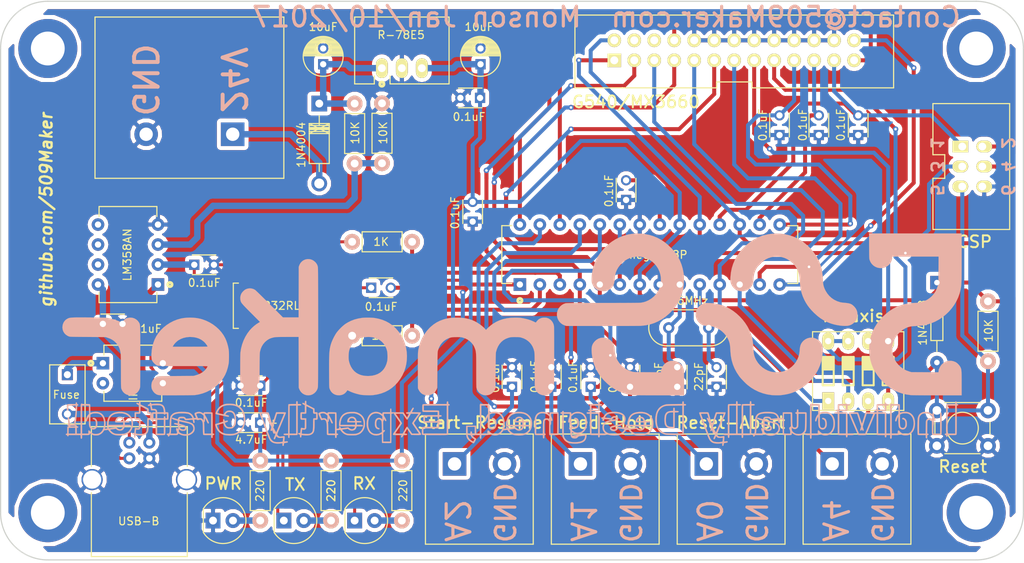
<source format=kicad_pcb>
(kicad_pcb (version 20171130) (host pcbnew "(5.0.0-rc2-20-gcf2a07559)")
  (layers (0 Top signal) (31 Bottom signal) (34 B.Paste user) (35 F.Paste user) (36 B.SilkS user) (37 F.SilkS user) (38 B.Mask user) (39 F.Mask user) (44 Edge.Cuts user))
  (net 0 "")
  (net 1 a4)
  (net 2 VIN)
  (net 3 s-r)
  (net 4 f-h)
  (net 5 r-a)
  (net 6 "Net-(C11-Pad2)")
  (net 7 "Net-(C12-Pad2)")
  (net 8 "Net-(C13-Pad2)")
  (net 9 x-limit)
  (net 10 y-limit)
  (net 11 z-limit)
  (net 12 +3V3)
  (net 13 "Net-(D1-Pad2)")
  (net 14 "Net-(D2-Pad1)")
  (net 15 "Net-(D2-Pad2)")
  (net 16 "Net-(D3-Pad1)")
  (net 17 "Net-(D3-Pad2)")
  (net 18 "Net-(D4-Pad2)")
  (net 19 "Net-(IC1-Pad2)")
  (net 20 "Net-(IC1-Pad3)")
  (net 21 x-step)
  (net 22 y-step)
  (net 23 z-step)
  (net 24 x-dir)
  (net 25 y-dir)
  (net 26 z-dir)
  (net 27 spindle-pwm)
  (net 28 spindle-ena)
  (net 29 coolan-ena)
  (net 30 probe)
  (net 31 D-)
  (net 32 usb+5v)
  (net 33 D+)
  (net 34 "Net-(P3-Pad15)")
  (net 35 "Net-(P3-Pad16)")
  (net 36 a-step)
  (net 37 a-dir)
  (net 38 "Net-(R6-Pad2)")
  (net 39 Utx)
  (net 40 Urx)
  (net 41 "Net-(U2-Pad8)")
  (net 42 "Net-(U2-Pad9)")
  (net 43 "Net-(U2-Pad10)")
  (net 44 "Net-(Q1-Pad3)")
  (net 45 +5V)
  (net 46 GND)
  (net 47 DTR)
  (net 48 "Net-(C19-Pad2)")
  (net 49 "Net-(F1-Pad2)")
  (net 50 enable)
  (net 51 "Net-(U2-Pad3)")
  (net 52 "Net-(U2-Pad6)")
  (net 53 "Net-(U2-Pad11)")
  (net 54 "Net-(U2-Pad12)")
  (net 55 "Net-(U2-Pad13)")
  (net 56 "Net-(U2-Pad14)")
  (net 57 "Net-(U2-Pad19)")
  (net 58 "Net-(U2-Pad24)")
  (net 59 "Net-(U2-Pad27)")
  (net 60 "Net-(U2-Pad28)")
  (module SSOP-28_5.3x10.2mm_Pitch0.65mm (layer Top) (at 120.904 99.695 270)
    (fp_text reference U2 hide)
    (fp_text value FT232RL)
    (pad 1 smd rect (at -3.6 -4.225 270) (size 1.75 0.45) (layers Top F.Paste F.Mask) (net 40 Urx))
    (pad 2 smd rect (at -3.6 -3.575 270) (size 1.75 0.45) (layers Top F.Paste F.Mask) (net 47 DTR))
    (pad 3 smd rect (at -3.6 -2.925 270) (size 1.75 0.45) (layers Top F.Paste F.Mask) (net 51 "Net-(U2-Pad3)"))
    (pad 4 smd rect (at -3.6 -2.275 270) (size 1.75 0.45) (layers Top F.Paste F.Mask) (net 45 +5V))
    (pad 5 smd rect (at -3.6 -1.625 270) (size 1.75 0.45) (layers Top F.Paste F.Mask) (net 39 Utx))
    (pad 6 smd rect (at -3.6 -0.975 270) (size 1.75 0.45) (layers Top F.Paste F.Mask) (net 52 "Net-(U2-Pad6)"))
    (pad 7 smd rect (at -3.6 -0.325 270) (size 1.75 0.45) (layers Top F.Paste F.Mask) (net 46 GND))
    (pad 8 smd rect (at -3.6 0.325 270) (size 1.75 0.45) (layers Top F.Paste F.Mask) (net 41 "Net-(U2-Pad8)"))
    (pad 9 smd rect (at -3.6 0.975 270) (size 1.75 0.45) (layers Top F.Paste F.Mask) (net 42 "Net-(U2-Pad9)"))
    (pad 10 smd rect (at -3.6 1.625 270) (size 1.75 0.45) (layers Top F.Paste F.Mask) (net 43 "Net-(U2-Pad10)"))
    (pad 11 smd rect (at -3.6 2.275 270) (size 1.75 0.45) (layers Top F.Paste F.Mask) (net 53 "Net-(U2-Pad11)"))
    (pad 12 smd rect (at -3.6 2.925 270) (size 1.75 0.45) (layers Top F.Paste F.Mask) (net 54 "Net-(U2-Pad12)"))
    (pad 13 smd rect (at -3.6 3.575 270) (size 1.75 0.45) (layers Top F.Paste F.Mask) (net 55 "Net-(U2-Pad13)"))
    (pad 14 smd rect (at -3.6 4.225 270) (size 1.75 0.45) (layers Top F.Paste F.Mask) (net 56 "Net-(U2-Pad14)"))
    (pad 15 smd rect (at 3.6 4.225 270) (size 1.75 0.45) (layers Top F.Paste F.Mask) (net 33 D+))
    (pad 16 smd rect (at 3.6 3.575 270) (size 1.75 0.45) (layers Top F.Paste F.Mask) (net 31 D-))
    (pad 17 smd rect (at 3.6 2.925 270) (size 1.75 0.45) (layers Top F.Paste F.Mask) (net 12 +3V3))
    (pad 18 smd rect (at 3.6 2.275 270) (size 1.75 0.45) (layers Top F.Paste F.Mask) (net 46 GND))
    (pad 19 smd rect (at 3.6 1.625 270) (size 1.75 0.45) (layers Top F.Paste F.Mask) (net 57 "Net-(U2-Pad19)"))
    (pad 20 smd rect (at 3.6 0.975 270) (size 1.75 0.45) (layers Top F.Paste F.Mask) (net 45 +5V))
    (pad 21 smd rect (at 3.6 0.325 270) (size 1.75 0.45) (layers Top F.Paste F.Mask) (net 46 GND))
    (pad 22 smd rect (at 3.6 -0.325 270) (size 1.75 0.45) (layers Top F.Paste F.Mask) (net 16 "Net-(D3-Pad1)"))
    (pad 23 smd rect (at 3.6 -0.975 270) (size 1.75 0.45) (layers Top F.Paste F.Mask) (net 14 "Net-(D2-Pad1)"))
    (pad 24 smd rect (at 3.6 -1.625 270) (size 1.75 0.45) (layers Top F.Paste F.Mask) (net 58 "Net-(U2-Pad24)"))
    (pad 25 smd rect (at 3.6 -2.275 270) (size 1.75 0.45) (layers Top F.Paste F.Mask) (net 46 GND))
    (pad 26 smd rect (at 3.6 -2.925 270) (size 1.75 0.45) (layers Top F.Paste F.Mask) (net 46 GND))
    (pad 27 smd rect (at 3.6 -3.575 270) (size 1.75 0.45) (layers Top F.Paste F.Mask) (net 59 "Net-(U2-Pad27)"))
    (pad 28 smd rect (at 3.6 -4.225 270) (size 1.75 0.45) (layers Top F.Paste F.Mask) (net 60 "Net-(U2-Pad28)"))
  )
  (module artwork:509_Logo (layer Bottom) (at 151 104 180)
    (fp_text reference G*** hide)
    (fp_text value LOGO hide)
  )
  (module My_Footprints:OSTYK55102030 (layer Top) (at 122 63 180)
    (fp_text reference TB1 hide)
    (fp_text value "External Pwr")
    (pad 1 thru_hole rect (at 6.5 -14.9 180) (size 3 3) (drill 1.7) (layers *.Cu *.Mask) (net 13 "Net-(D1-Pad2)"))
    (pad 2 thru_hole circle (at 17.5 -14.9 180) (size 3 3) (drill 1.7) (layers *.Cu *.Mask) (net 46 GND))
  )
  (module My_Footprints:IDC_Header_LPT_Pinout_26pins (layer Top) (at 164 68.5)
    (fp_text reference P3 hide)
    (fp_text value PP_IDC26)
    (pad 1 thru_hole rect (at 0 0) (size 1.7272 1.7272) (drill 1.016) (layers *.Cu *.Mask F.SilkS) (net 28 spindle-ena))
    (pad 14 thru_hole oval (at 0 -2.54) (size 1.7272 1.7272) (drill 1.016) (layers *.Cu *.Mask F.SilkS) (net 27 spindle-pwm))
    (pad 2 thru_hole oval (at 2.54 0) (size 1.7272 1.7272) (drill 1.016) (layers *.Cu *.Mask F.SilkS) (net 21 x-step))
    (pad 15 thru_hole oval (at 2.54 -2.54) (size 1.7272 1.7272) (drill 1.016) (layers *.Cu *.Mask F.SilkS) (net 34 "Net-(P3-Pad15)"))
    (pad 3 thru_hole oval (at 5.08 0) (size 1.7272 1.7272) (drill 1.016) (layers *.Cu *.Mask F.SilkS) (net 24 x-dir))
    (pad 16 thru_hole oval (at 5.08 -2.54) (size 1.7272 1.7272) (drill 1.016) (layers *.Cu *.Mask F.SilkS) (net 35 "Net-(P3-Pad16)"))
    (pad 4 thru_hole oval (at 7.62 0) (size 1.7272 1.7272) (drill 1.016) (layers *.Cu *.Mask F.SilkS) (net 22 y-step))
    (pad 17 thru_hole oval (at 7.62 -2.54) (size 1.7272 1.7272) (drill 1.016) (layers *.Cu *.Mask F.SilkS) (net 29 coolan-ena))
    (pad 5 thru_hole oval (at 10.16 0) (size 1.7272 1.7272) (drill 1.016) (layers *.Cu *.Mask F.SilkS) (net 25 y-dir))
    (pad 18 thru_hole oval (at 10.16 -2.54) (size 1.7272 1.7272) (drill 1.016) (layers *.Cu *.Mask F.SilkS) (net 46 GND))
    (pad 6 thru_hole oval (at 12.7 0) (size 1.7272 1.7272) (drill 1.016) (layers *.Cu *.Mask F.SilkS) (net 23 z-step))
    (pad 19 thru_hole oval (at 12.7 -2.54) (size 1.7272 1.7272) (drill 1.016) (layers *.Cu *.Mask F.SilkS) (net 46 GND))
    (pad 7 thru_hole oval (at 15.24 0) (size 1.7272 1.7272) (drill 1.016) (layers *.Cu *.Mask F.SilkS) (net 26 z-dir))
    (pad 20 thru_hole oval (at 15.24 -2.54) (size 1.7272 1.7272) (drill 1.016) (layers *.Cu *.Mask F.SilkS) (net 46 GND))
    (pad 8 thru_hole oval (at 17.78 0) (size 1.7272 1.7272) (drill 1.016) (layers *.Cu *.Mask F.SilkS) (net 36 a-step))
    (pad 21 thru_hole oval (at 17.78 -2.54) (size 1.7272 1.7272) (drill 1.016) (layers *.Cu *.Mask F.SilkS) (net 46 GND))
    (pad 9 thru_hole oval (at 20.32 0) (size 1.7272 1.7272) (drill 1.016) (layers *.Cu *.Mask F.SilkS) (net 37 a-dir))
    (pad 22 thru_hole oval (at 20.32 -2.54) (size 1.7272 1.7272) (drill 1.016) (layers *.Cu *.Mask F.SilkS) (net 46 GND))
    (pad 10 thru_hole oval (at 22.86 0) (size 1.7272 1.7272) (drill 1.016) (layers *.Cu *.Mask F.SilkS) (net 9 x-limit))
    (pad 23 thru_hole oval (at 22.86 -2.54) (size 1.7272 1.7272) (drill 1.016) (layers *.Cu *.Mask F.SilkS) (net 46 GND))
    (pad 11 thru_hole oval (at 25.4 0) (size 1.7272 1.7272) (drill 1.016) (layers *.Cu *.Mask F.SilkS) (net 10 y-limit))
    (pad 24 thru_hole oval (at 25.4 -2.54) (size 1.7272 1.7272) (drill 1.016) (layers *.Cu *.Mask F.SilkS) (net 46 GND))
    (pad 12 thru_hole oval (at 27.94 0) (size 1.7272 1.7272) (drill 1.016) (layers *.Cu *.Mask F.SilkS) (net 11 z-limit))
    (pad 25 thru_hole oval (at 27.94 -2.54) (size 1.7272 1.7272) (drill 1.016) (layers *.Cu *.Mask F.SilkS) (net 46 GND))
    (pad 13 thru_hole oval (at 30.48 0) (size 1.7272 1.7272) (drill 1.016) (layers *.Cu *.Mask F.SilkS) (net 30 probe))
    (pad 26 thru_hole oval (at 30.48 -2.54) (size 1.7272 1.7272) (drill 1.016) (layers *.Cu *.Mask F.SilkS) (net 50 enable))
  )
  (module My_Footprints:R-78E5_TO-220 (layer Top) (at 137 69.5)
    (fp_text reference U1 hide)
    (fp_text value R-78E5)
    (pad 2 thru_hole oval (at 0 0 90) (size 2.49936 1.50114) (drill 1.00076) (layers *.Cu *.Mask F.SilkS) (net 46 GND))
    (pad 1 thru_hole oval (at -2.54 0 90) (size 2.49936 1.50114) (drill 1.00076) (layers *.Cu *.Mask F.SilkS) (net 2 VIN))
    (pad 3 thru_hole oval (at 2.54 0 90) (size 2.49936 1.50114) (drill 1.00076) (layers *.Cu *.Mask F.SilkS) (net 45 +5V))
  )
  (module Housings_DIP:DIP-28_W7.62mm (layer Top) (at 152 97 90)
    (fp_text reference IC1 hide)
    (fp_text value ATMEGA328P-PU)
    (pad 1 thru_hole rect (at 0 0 90) (size 1.6 1.6) (drill 0.8) (layers *.Cu *.Mask) (net 48 "Net-(C19-Pad2)"))
    (pad 2 thru_hole oval (at 0 2.54 90) (size 1.6 1.6) (drill 0.8) (layers *.Cu *.Mask) (net 19 "Net-(IC1-Pad2)"))
    (pad 3 thru_hole oval (at 0 5.08 90) (size 1.6 1.6) (drill 0.8) (layers *.Cu *.Mask) (net 20 "Net-(IC1-Pad3)"))
    (pad 4 thru_hole oval (at 0 7.62 90) (size 1.6 1.6) (drill 0.8) (layers *.Cu *.Mask) (net 21 x-step))
    (pad 5 thru_hole oval (at 0 10.16 90) (size 1.6 1.6) (drill 0.8) (layers *.Cu *.Mask) (net 22 y-step))
    (pad 6 thru_hole oval (at 0 12.7 90) (size 1.6 1.6) (drill 0.8) (layers *.Cu *.Mask) (net 23 z-step))
    (pad 7 thru_hole oval (at 0 15.24 90) (size 1.6 1.6) (drill 0.8) (layers *.Cu *.Mask) (net 45 +5V))
    (pad 8 thru_hole oval (at 0 17.78 90) (size 1.6 1.6) (drill 0.8) (layers *.Cu *.Mask) (net 46 GND))
    (pad 9 thru_hole oval (at 0 20.32 90) (size 1.6 1.6) (drill 0.8) (layers *.Cu *.Mask) (net 7 "Net-(C12-Pad2)"))
    (pad 10 thru_hole oval (at 0 22.86 90) (size 1.6 1.6) (drill 0.8) (layers *.Cu *.Mask) (net 6 "Net-(C11-Pad2)"))
    (pad 11 thru_hole oval (at 0 25.4 90) (size 1.6 1.6) (drill 0.8) (layers *.Cu *.Mask) (net 24 x-dir))
    (pad 12 thru_hole oval (at 0 27.94 90) (size 1.6 1.6) (drill 0.8) (layers *.Cu *.Mask) (net 25 y-dir))
    (pad 13 thru_hole oval (at 0 30.48 90) (size 1.6 1.6) (drill 0.8) (layers *.Cu *.Mask) (net 26 z-dir))
    (pad 14 thru_hole oval (at 0 33.02 90) (size 1.6 1.6) (drill 0.8) (layers *.Cu *.Mask) (net 50 enable))
    (pad 15 thru_hole oval (at 7.62 33.02 90) (size 1.6 1.6) (drill 0.8) (layers *.Cu *.Mask) (net 9 x-limit))
    (pad 16 thru_hole oval (at 7.62 30.48 90) (size 1.6 1.6) (drill 0.8) (layers *.Cu *.Mask) (net 10 y-limit))
    (pad 17 thru_hole oval (at 7.62 27.94 90) (size 1.6 1.6) (drill 0.8) (layers *.Cu *.Mask) (net 27 spindle-pwm))
    (pad 18 thru_hole oval (at 7.62 25.4 90) (size 1.6 1.6) (drill 0.8) (layers *.Cu *.Mask) (net 11 z-limit))
    (pad 19 thru_hole oval (at 7.62 22.86 90) (size 1.6 1.6) (drill 0.8) (layers *.Cu *.Mask) (net 28 spindle-ena))
    (pad 20 thru_hole oval (at 7.62 20.32 90) (size 1.6 1.6) (drill 0.8) (layers *.Cu *.Mask) (net 45 +5V))
    (pad 21 thru_hole oval (at 7.62 17.78 90) (size 1.6 1.6) (drill 0.8) (layers *.Cu *.Mask) (net 8 "Net-(C13-Pad2)"))
    (pad 22 thru_hole oval (at 7.62 15.24 90) (size 1.6 1.6) (drill 0.8) (layers *.Cu *.Mask) (net 46 GND))
    (pad 23 thru_hole oval (at 7.62 12.7 90) (size 1.6 1.6) (drill 0.8) (layers *.Cu *.Mask) (net 5 r-a))
    (pad 24 thru_hole oval (at 7.62 10.16 90) (size 1.6 1.6) (drill 0.8) (layers *.Cu *.Mask) (net 4 f-h))
    (pad 25 thru_hole oval (at 7.62 7.62 90) (size 1.6 1.6) (drill 0.8) (layers *.Cu *.Mask) (net 3 s-r))
    (pad 26 thru_hole oval (at 7.62 5.08 90) (size 1.6 1.6) (drill 0.8) (layers *.Cu *.Mask) (net 29 coolan-ena))
    (pad 27 thru_hole oval (at 7.62 2.54 90) (size 1.6 1.6) (drill 0.8) (layers *.Cu *.Mask) (net 1 a4))
    (pad 28 thru_hole oval (at 7.62 0 90) (size 1.6 1.6) (drill 0.8) (layers *.Cu *.Mask) (net 30 probe))
  )
  (module Housings_DIP:DIP-8_W7.62mm (layer Top) (at 106 97 180)
    (fp_text reference U3 hide)
    (fp_text value LM358N)
    (pad 1 thru_hole rect (at 0 0 180) (size 1.6 1.6) (drill 0.8) (layers *.Cu *.Mask) (net 44 "Net-(Q1-Pad3)"))
    (pad 2 thru_hole oval (at 0 2.54 180) (size 1.6 1.6) (drill 0.8) (layers *.Cu *.Mask) (net 12 +3V3))
    (pad 3 thru_hole oval (at 0 5.08 180) (size 1.6 1.6) (drill 0.8) (layers *.Cu *.Mask) (net 38 "Net-(R6-Pad2)"))
    (pad 4 thru_hole oval (at 0 7.62 180) (size 1.6 1.6) (drill 0.8) (layers *.Cu *.Mask) (net 46 GND))
    (pad 5 thru_hole oval (at 7.62 7.62 180) (size 1.6 1.6) (drill 0.8) (layers *.Cu *.Mask))
    (pad 6 thru_hole oval (at 7.62 5.08 180) (size 1.6 1.6) (drill 0.8) (layers *.Cu *.Mask))
    (pad 7 thru_hole oval (at 7.62 2.54 180) (size 1.6 1.6) (drill 0.8) (layers *.Cu *.Mask))
    (pad 8 thru_hole oval (at 7.62 0 180) (size 1.6 1.6) (drill 0.8) (layers *.Cu *.Mask) (net 45 +5V))
  )
  (module Housings_DIP:DIP-4_W7.62mm (layer Top) (at 99 107)
    (fp_text reference Q1 hide)
    (fp_text value IRFD9014PBF)
    (pad 1 thru_hole rect (at 0 0) (size 1.6 1.6) (drill 0.8) (layers *.Cu *.Mask) (net 32 usb+5v))
    (pad 2 thru_hole oval (at 0 2.54) (size 1.6 1.6) (drill 0.8) (layers *.Cu *.Mask))
    (pad 3 thru_hole oval (at 7.62 2.54) (size 1.6 1.6) (drill 0.8) (layers *.Cu *.Mask) (net 44 "Net-(Q1-Pad3)"))
    (pad 4 thru_hole oval (at 7.62 0) (size 1.6 1.6) (drill 0.8) (layers *.Cu *.Mask) (net 45 +5V))
  )
  (module LEDs:LED-5MM (layer Top) (at 131 127)
    (fp_text reference D2 hide)
    (fp_text value led_green)
    (pad 1 thru_hole rect (at 0 0 90) (size 2 1.9) (drill 1.00076) (layers *.Cu *.Mask) (net 14 "Net-(D2-Pad1)"))
    (pad 2 thru_hole circle (at 2.54 0) (size 1.9 1.9) (drill 1.00076) (layers *.Cu *.Mask) (net 15 "Net-(D2-Pad2)"))
  )
  (module LEDs:LED-5MM (layer Top) (at 122 127)
    (fp_text reference D3 hide)
    (fp_text value led_amber)
    (pad 1 thru_hole rect (at 0 0 90) (size 2 1.9) (drill 1.00076) (layers *.Cu *.Mask) (net 16 "Net-(D3-Pad1)"))
    (pad 2 thru_hole circle (at 2.54 0) (size 1.9 1.9) (drill 1.00076) (layers *.Cu *.Mask) (net 17 "Net-(D3-Pad2)"))
  )
  (module LEDs:LED-5MM (layer Top) (at 113 127)
    (fp_text reference D4 hide)
    (fp_text value led_red)
    (pad 1 thru_hole rect (at 0 0 90) (size 2 1.9) (drill 1.00076) (layers *.Cu *.Mask) (net 46 GND))
    (pad 2 thru_hole circle (at 2.54 0) (size 1.9 1.9) (drill 1.00076) (layers *.Cu *.Mask) (net 18 "Net-(D4-Pad2)"))
  )
  (module Connect:USB_B (layer Top) (at 104.902 117.094 270)
    (fp_text reference P1 hide)
    (fp_text value USB_B)
    (pad 2 thru_hole circle (at 0 2.54 180) (size 1.524 1.524) (drill 0.8128) (layers *.Cu *.Mask) (net 31 D-))
    (pad 1 thru_hole circle (at 0 0 180) (size 1.524 1.524) (drill 0.8128) (layers *.Cu *.Mask) (net 49 "Net-(F1-Pad2)"))
    (pad 4 thru_hole circle (at 1.99898 0 180) (size 1.524 1.524) (drill 0.8128) (layers *.Cu *.Mask) (net 46 GND))
    (pad 3 thru_hole circle (at 1.99898 2.54 180) (size 1.524 1.524) (drill 0.8128) (layers *.Cu *.Mask) (net 33 D+))
    (pad 5 thru_hole circle (at 4.699 7.26948 180) (size 2.70002 2.70002) (drill 2.30124) (layers *.Cu *.Mask) (net 46 GND))
    (pad 5 thru_hole circle (at 4.699 -4.72948 180) (size 2.70002 2.70002) (drill 2.30124) (layers *.Cu *.Mask) (net 46 GND))
  )
  (module My_Footprints:OSTYK22102030 (layer Top) (at 172 130)
    (fp_text reference TB5 hide)
    (fp_text value reset-abort)
    (pad 1 thru_hole rect (at 3.7 -10.2) (size 3 3) (drill 1.7) (layers *.Cu *.Mask) (net 5 r-a))
    (pad 2 thru_hole circle (at 10.05 -10.2) (size 3 3) (drill 1.7) (layers *.Cu *.Mask) (net 46 GND))
  )
  (module My_Footprints:OSTYK22102030 (layer Top) (at 188 130)
    (fp_text reference TB2 hide)
    (fp_text value a4-gnd)
    (pad 1 thru_hole rect (at 3.7 -10.2) (size 3 3) (drill 1.7) (layers *.Cu *.Mask) (net 1 a4))
    (pad 2 thru_hole circle (at 10.05 -10.2) (size 3 3) (drill 1.7) (layers *.Cu *.Mask) (net 46 GND))
  )
  (module My_Footprints:OSTYK22102030 (layer Top) (at 156 130)
    (fp_text reference TB4 hide)
    (fp_text value feed-hold)
    (pad 1 thru_hole rect (at 3.7 -10.2) (size 3 3) (drill 1.7) (layers *.Cu *.Mask) (net 4 f-h))
    (pad 2 thru_hole circle (at 10.05 -10.2) (size 3 3) (drill 1.7) (layers *.Cu *.Mask) (net 46 GND))
  )
  (module My_Footprints:OSTYK22102030 (layer Top) (at 140 130)
    (fp_text reference TB3 hide)
    (fp_text value start-resume)
    (pad 1 thru_hole rect (at 3.7 -10.2) (size 3 3) (drill 1.7) (layers *.Cu *.Mask) (net 3 s-r))
    (pad 2 thru_hole circle (at 10.05 -10.2) (size 3 3) (drill 1.7) (layers *.Cu *.Mask) (net 46 GND))
  )
  (module w_switch:dip_4-300 (layer Top) (at 195 108)
    (fp_text reference SW2 hide)
    (fp_text value A-axis (at -0.5 -7) (layer F.SilkS) (effects (font (size 1.5 1.5) (thickness 0.25))))
    (pad 1 thru_hole rect (at -3.81 3.7973) (size 1.4986 2.1971) (drill 0.8001) (layers *.Cu *.Mask F.SilkS) (net 24 x-dir))
    (pad 2 thru_hole oval (at -1.27 3.81) (size 1.4986 2.1971) (drill 0.8001) (layers *.Cu *.Mask F.SilkS) (net 25 y-dir))
    (pad 3 thru_hole oval (at 1.27 3.81) (size 1.4986 2.1971) (drill 0.8001) (layers *.Cu *.Mask F.SilkS) (net 21 x-step))
    (pad 4 thru_hole oval (at 3.81 3.81) (size 1.4986 2.1971) (drill 0.8001) (layers *.Cu *.Mask F.SilkS) (net 22 y-step))
    (pad 5 thru_hole oval (at 3.81 -3.81) (size 1.4986 2.1971) (drill 0.8001) (layers *.Cu *.Mask F.SilkS) (net 36 a-step))
    (pad 6 thru_hole oval (at 1.27 -3.81) (size 1.4986 2.1971) (drill 0.8001) (layers *.Cu *.Mask F.SilkS) (net 36 a-step))
    (pad 7 thru_hole oval (at -1.27 -3.81) (size 1.4986 2.1971) (drill 0.8001) (layers *.Cu *.Mask F.SilkS) (net 37 a-dir))
    (pad 8 thru_hole oval (at -3.81 -3.81) (size 1.4986 2.1971) (drill 0.8001) (layers *.Cu *.Mask F.SilkS) (net 37 a-dir))
  )
  (module w_conn_strip:vasch_strip_3x2 (layer Top) (at 209.5 82 270)
    (fp_text reference P2 hide)
    (fp_text value ISCP hide)
    (pad 1 thru_hole rect (at -2.54 1.27 270) (size 1.5 2) (drill 1 (offset 0 0.25)) (layers *.Cu *.Mask F.SilkS) (net 11 z-limit))
    (pad 2 thru_hole oval (at -2.54 -1.27 270) (size 1.5 2) (drill 1 (offset 0 -0.25)) (layers *.Cu *.Mask F.SilkS) (net 45 +5V))
    (pad 3 thru_hole oval (at 0 1.27 270) (size 1.5 2) (drill 1 (offset 0 0.25)) (layers *.Cu *.Mask F.SilkS) (net 28 spindle-ena))
    (pad 4 thru_hole oval (at 0 -1.27 270) (size 1.5 2) (drill 1 (offset 0 -0.25)) (layers *.Cu *.Mask F.SilkS) (net 27 spindle-pwm))
    (pad 5 thru_hole oval (at 2.54 1.27 270) (size 1.5 2) (drill 1 (offset 0 0.25)) (layers *.Cu *.Mask F.SilkS) (net 48 "Net-(C19-Pad2)"))
    (pad 6 thru_hole oval (at 2.54 -1.27 270) (size 1.5 2) (drill 1 (offset 0 -0.25)) (layers *.Cu *.Mask F.SilkS) (net 46 GND))
  )
  (module Resistors_ThroughHole:Resistor_Horizontal_RM7mm (layer Top) (at 211.5 106.75 90)
    (fp_text reference R5 hide)
    (fp_text value 10K)
    (pad 1 thru_hole circle (at 0 0 90) (size 1.99898 1.99898) (drill 1.00076) (layers *.Cu *.SilkS *.Mask) (net 48 "Net-(C19-Pad2)"))
    (pad 2 thru_hole circle (at 7.62 0 90) (size 1.99898 1.99898) (drill 1.00076) (layers *.Cu *.SilkS *.Mask) (net 45 +5V))
  )
  (module Resistors_ThroughHole:Resistor_Horizontal_RM7mm (layer Top) (at 134.47776 81.5848 90)
    (fp_text reference R7 hide)
    (fp_text value 10K)
    (pad 1 thru_hole circle (at 0 0 90) (size 1.99898 1.99898) (drill 1.00076) (layers *.Cu *.SilkS *.Mask) (net 38 "Net-(R6-Pad2)"))
    (pad 2 thru_hole circle (at 7.62 0 90) (size 1.99898 1.99898) (drill 1.00076) (layers *.Cu *.SilkS *.Mask) (net 46 GND))
  )
  (module Resistors_ThroughHole:Resistor_Horizontal_RM7mm (layer Top) (at 131 74 270)
    (fp_text reference R6 hide)
    (fp_text value 10K)
    (pad 1 thru_hole circle (at 0 0 270) (size 1.99898 1.99898) (drill 1.00076) (layers *.Cu *.SilkS *.Mask) (net 2 VIN))
    (pad 2 thru_hole circle (at 7.62 0 270) (size 1.99898 1.99898) (drill 1.00076) (layers *.Cu *.SilkS *.Mask) (net 38 "Net-(R6-Pad2)"))
  )
  (module Resistors_ThroughHole:Resistor_Horizontal_RM7mm (layer Top) (at 138.303 91.567 180)
    (fp_text reference R9 hide)
    (fp_text value 1K)
    (pad 1 thru_hole circle (at 0 0 180) (size 1.99898 1.99898) (drill 1.00076) (layers *.Cu *.SilkS *.Mask) (net 20 "Net-(IC1-Pad3)"))
    (pad 2 thru_hole circle (at 7.62 0 180) (size 1.99898 1.99898) (drill 1.00076) (layers *.Cu *.SilkS *.Mask) (net 39 Utx))
  )
  (module Resistors_ThroughHole:Resistor_Horizontal_RM7mm (layer Top) (at 138.303 103.505 180)
    (fp_text reference R8 hide)
    (fp_text value 1K)
    (pad 1 thru_hole circle (at 0 0 180) (size 1.99898 1.99898) (drill 1.00076) (layers *.Cu *.SilkS *.Mask) (net 19 "Net-(IC1-Pad2)"))
    (pad 2 thru_hole circle (at 7.62 0 180) (size 1.99898 1.99898) (drill 1.00076) (layers *.Cu *.SilkS *.Mask) (net 40 Urx))
  )
  (module Resistors_ThroughHole:Resistor_Horizontal_RM7mm (layer Top) (at 137 127 90)
    (fp_text reference R3 hide)
    (fp_text value 220)
    (pad 1 thru_hole circle (at 0 0 90) (size 1.99898 1.99898) (drill 1.00076) (layers *.Cu *.SilkS *.Mask) (net 15 "Net-(D2-Pad2)"))
    (pad 2 thru_hole circle (at 7.62 0 90) (size 1.99898 1.99898) (drill 1.00076) (layers *.Cu *.SilkS *.Mask) (net 45 +5V))
  )
  (module Resistors_ThroughHole:Resistor_Horizontal_RM7mm (layer Top) (at 128 127 90)
    (fp_text reference R4 hide)
    (fp_text value 220)
    (pad 1 thru_hole circle (at 0 0 90) (size 1.99898 1.99898) (drill 1.00076) (layers *.Cu *.SilkS *.Mask) (net 17 "Net-(D3-Pad2)"))
    (pad 2 thru_hole circle (at 7.62 0 90) (size 1.99898 1.99898) (drill 1.00076) (layers *.Cu *.SilkS *.Mask) (net 45 +5V))
  )
  (module Resistors_ThroughHole:Resistor_Horizontal_RM7mm (layer Top) (at 119 127 90)
    (fp_text reference R2 hide)
    (fp_text value 220)
    (pad 1 thru_hole circle (at 0 0 90) (size 1.99898 1.99898) (drill 1.00076) (layers *.Cu *.SilkS *.Mask) (net 18 "Net-(D4-Pad2)"))
    (pad 2 thru_hole circle (at 7.62 0 90) (size 1.99898 1.99898) (drill 1.00076) (layers *.Cu *.SilkS *.Mask) (net 45 +5V))
  )
  (module Buttons_Switches_ThroughHole:SW_PUSH_6mm (layer Top) (at 205 113)
    (fp_text reference SW1 hide)
    (fp_text value SW_PUSH)
    (pad 2 thru_hole circle (at 0 4.5 90) (size 2 2) (drill 1.1) (layers *.Cu *.Mask) (net 46 GND))
    (pad 1 thru_hole circle (at 0 0 90) (size 2 2) (drill 1.1) (layers *.Cu *.Mask) (net 48 "Net-(C19-Pad2)"))
    (pad 2 thru_hole circle (at 6.5 4.5 90) (size 2 2) (drill 1.1) (layers *.Cu *.Mask) (net 46 GND))
    (pad 1 thru_hole circle (at 6.5 0 90) (size 2 2) (drill 1.1) (layers *.Cu *.Mask) (net 48 "Net-(C19-Pad2)"))
  )
  (module Diodes_ThroughHole:Diode_DO-41_SOD81_Horizontal_RM10 (layer Top) (at 126.5 74 270)
    (fp_text reference D1 hide)
    (fp_text value 1N4004)
    (pad 2 thru_hole circle (at 10.16 -0.00254 90) (size 1.99898 1.99898) (drill 1.27) (layers *.Cu *.Mask) (net 13 "Net-(D1-Pad2)"))
    (pad 1 thru_hole rect (at 0 -0.00254 90) (size 1.99898 1.99898) (drill 1.00076) (layers *.Cu *.Mask) (net 2 VIN))
  )
  (module Crystals:HC-49V (layer Top) (at 176 102.5 180)
    (fp_text reference Y1 hide)
    (fp_text value Crystal)
    (pad 1 thru_hole circle (at 0 0 180) (size 1.4224 1.4224) (drill 0.762) (layers *.Cu *.Mask) (net 6 "Net-(C11-Pad2)"))
    (pad 2 thru_hole circle (at 5.08 0 180) (size 1.4224 1.4224) (drill 0.762) (layers *.Cu *.Mask) (net 7 "Net-(C12-Pad2)"))
  )
  (module Mounting_Holes:MountingHole_4.3mm_M4_DIN965_Pad (layer Top) (at 92 67)
    (fp_text reference REF** hide)
    (fp_text value MountingHole_4.3mm_M4_DIN965_Pad hide)
    (pad 1 thru_hole circle (at 0 0) (size 7.5 7.5) (drill 4.3) (layers *.Cu *.Mask))
  )
  (module Mounting_Holes:MountingHole_4.3mm_M4_DIN965_Pad (layer Top) (at 92 126)
    (fp_text reference REF** hide)
    (fp_text value MountingHole_4.3mm_M4_DIN965_Pad hide)
    (pad 1 thru_hole circle (at 0 0) (size 7.5 7.5) (drill 4.3) (layers *.Cu *.Mask))
  )
  (module Mounting_Holes:MountingHole_4.3mm_M4_DIN965_Pad (layer Top) (at 210 126)
    (fp_text reference REF** hide)
    (fp_text value MountingHole_4.3mm_M4_DIN965_Pad hide)
    (pad 1 thru_hole circle (at 0 0) (size 7.5 7.5) (drill 4.3) (layers *.Cu *.Mask))
  )
  (module Mounting_Holes:MountingHole_4.3mm_M4_DIN965_Pad (layer Top) (at 210 67)
    (fp_text reference REF** hide)
    (fp_text value MountingHole_4.3mm_M4_DIN965_Pad hide)
    (pad 1 thru_hole circle (at 0 0) (size 7.5 7.5) (drill 4.3) (layers *.Cu *.Mask))
  )
  (module Capacitors_ThroughHole:C_Disc_D3_P2.5 (layer Top) (at 110.617 94.488)
    (fp_text reference C1 hide)
    (fp_text value 0.1uF)
    (pad 1 thru_hole rect (at 0 0) (size 1.3 1.3) (drill 0.8) (layers *.Cu *.Mask) (net 12 +3V3))
    (pad 2 thru_hole circle (at 2.5 0) (size 1.3 1.3) (drill 0.8001) (layers *.Cu *.Mask) (net 46 GND))
  )
  (module Capacitors_ThroughHole:C_Disc_D3_P2.5 (layer Top) (at 166 110 90)
    (fp_text reference C2 hide)
    (fp_text value 0.1uF)
    (pad 1 thru_hole rect (at 0 0 90) (size 1.3 1.3) (drill 0.8) (layers *.Cu *.Mask) (net 1 a4))
    (pad 2 thru_hole circle (at 2.5 0 90) (size 1.3 1.3) (drill 0.8001) (layers *.Cu *.Mask) (net 46 GND))
  )
  (module Capacitors_ThroughHole:C_Disc_D3_P2.5 (layer Top) (at 118.999 114.554 180)
    (fp_text reference C3 hide)
    (fp_text value 4.7uF)
    (pad 1 thru_hole rect (at 0 0 180) (size 1.3 1.3) (drill 0.8) (layers *.Cu *.Mask) (net 45 +5V))
    (pad 2 thru_hole circle (at 2.5 0 180) (size 1.3 1.3) (drill 0.8001) (layers *.Cu *.Mask) (net 46 GND))
  )
  (module Capacitors_ThroughHole:C_Radial_D5_L11_P2 (layer Top) (at 127 69 90)
    (fp_text reference C4 hide)
    (fp_text value 10uF)
    (pad 1 thru_hole rect (at 0 0 90) (size 1.3 1.3) (drill 0.8) (layers *.Cu *.Mask) (net 2 VIN))
    (pad 2 thru_hole circle (at 2 0 90) (size 1.3 1.3) (drill 0.8) (layers *.Cu *.Mask) (net 46 GND))
  )
  (module Capacitors_ThroughHole:C_Disc_D3_P2.5 (layer Top) (at 151 110 90)
    (fp_text reference C5 hide)
    (fp_text value 0.1uF)
    (pad 1 thru_hole rect (at 0 0 90) (size 1.3 1.3) (drill 0.8) (layers *.Cu *.Mask) (net 3 s-r))
    (pad 2 thru_hole circle (at 2.5 0 90) (size 1.3 1.3) (drill 0.8001) (layers *.Cu *.Mask) (net 46 GND))
  )
  (module Capacitors_ThroughHole:C_Disc_D3_P2.5 (layer Top) (at 156 110 90)
    (fp_text reference C6 hide)
    (fp_text value 0.1uF)
    (pad 1 thru_hole rect (at 0 0 90) (size 1.3 1.3) (drill 0.8) (layers *.Cu *.Mask) (net 4 f-h))
    (pad 2 thru_hole circle (at 2.5 0 90) (size 1.3 1.3) (drill 0.8001) (layers *.Cu *.Mask) (net 46 GND))
  )
  (module Capacitors_ThroughHole:C_Radial_D5_L11_P2 (layer Top) (at 147 69 90)
    (fp_text reference C7 hide)
    (fp_text value 10uF)
    (pad 1 thru_hole rect (at 0 0 90) (size 1.3 1.3) (drill 0.8) (layers *.Cu *.Mask) (net 45 +5V))
    (pad 2 thru_hole circle (at 2 0 90) (size 1.3 1.3) (drill 0.8) (layers *.Cu *.Mask) (net 46 GND))
  )
  (module Capacitors_ThroughHole:C_Disc_D3_P2.5 (layer Top) (at 161 110 90)
    (fp_text reference C9 hide)
    (fp_text value 0.1uF)
    (pad 1 thru_hole rect (at 0 0 90) (size 1.3 1.3) (drill 0.8) (layers *.Cu *.Mask) (net 5 r-a))
    (pad 2 thru_hole circle (at 2.5 0 90) (size 1.3 1.3) (drill 0.8001) (layers *.Cu *.Mask) (net 46 GND))
  )
  (module Capacitors_ThroughHole:C_Disc_D3_P2.5 (layer Top) (at 99 102)
    (fp_text reference C10 hide)
    (fp_text value 0.1uF)
    (pad 1 thru_hole rect (at 0 0) (size 1.3 1.3) (drill 0.8) (layers *.Cu *.Mask) (net 45 +5V))
    (pad 2 thru_hole circle (at 2.5 0) (size 1.3 1.3) (drill 0.8001) (layers *.Cu *.Mask) (net 46 GND))
  )
  (module Capacitors_ThroughHole:C_Disc_D3_P2.5 (layer Top) (at 177 110 90)
    (fp_text reference C11 hide)
    (fp_text value 22pF)
    (pad 1 thru_hole rect (at 0 0 90) (size 1.3 1.3) (drill 0.8) (layers *.Cu *.Mask) (net 46 GND))
    (pad 2 thru_hole circle (at 2.5 0 90) (size 1.3 1.3) (drill 0.8001) (layers *.Cu *.Mask) (net 6 "Net-(C11-Pad2)"))
  )
  (module Capacitors_ThroughHole:C_Disc_D3_P2.5 (layer Top) (at 172 110 90)
    (fp_text reference C12 hide)
    (fp_text value 22pF)
    (pad 1 thru_hole rect (at 0 0 90) (size 1.3 1.3) (drill 0.8) (layers *.Cu *.Mask) (net 46 GND))
    (pad 2 thru_hole circle (at 2.5 0 90) (size 1.3 1.3) (drill 0.8001) (layers *.Cu *.Mask) (net 7 "Net-(C12-Pad2)"))
  )
  (module Capacitors_ThroughHole:C_Disc_D3_P2.5 (layer Top) (at 165.5 86.25 90)
    (fp_text reference C13 hide)
    (fp_text value 0.1uF)
    (pad 1 thru_hole rect (at 0 0 90) (size 1.3 1.3) (drill 0.8) (layers *.Cu *.Mask) (net 46 GND))
    (pad 2 thru_hole circle (at 2.5 0 90) (size 1.3 1.3) (drill 0.8001) (layers *.Cu *.Mask) (net 8 "Net-(C13-Pad2)"))
  )
  (module Capacitors_ThroughHole:C_Disc_D3_P2.5 (layer Top) (at 146 89 90)
    (fp_text reference C14 hide)
    (fp_text value 0.1uF)
    (pad 1 thru_hole rect (at 0 0 90) (size 1.3 1.3) (drill 0.8) (layers *.Cu *.Mask) (net 46 GND))
    (pad 2 thru_hole circle (at 2.5 0 90) (size 1.3 1.3) (drill 0.8001) (layers *.Cu *.Mask) (net 45 +5V))
  )
  (module Capacitors_ThroughHole:C_Disc_D3_P2.5 (layer Top) (at 185 78 90)
    (fp_text reference C15 hide)
    (fp_text value 0.1uF)
    (pad 1 thru_hole rect (at 0 0 90) (size 1.3 1.3) (drill 0.8) (layers *.Cu *.Mask) (net 46 GND))
    (pad 2 thru_hole circle (at 2.5 0 90) (size 1.3 1.3) (drill 0.8001) (layers *.Cu *.Mask) (net 9 x-limit))
  )
  (module Capacitors_ThroughHole:C_Disc_D3_P2.5 (layer Top) (at 190 78 90)
    (fp_text reference C16 hide)
    (fp_text value 0.1uF)
    (pad 1 thru_hole rect (at 0 0 90) (size 1.3 1.3) (drill 0.8) (layers *.Cu *.Mask) (net 46 GND))
    (pad 2 thru_hole circle (at 2.5 0 90) (size 1.3 1.3) (drill 0.8001) (layers *.Cu *.Mask) (net 10 y-limit))
  )
  (module Capacitors_ThroughHole:C_Disc_D3_P2.5 (layer Top) (at 146.939 73.279 180)
    (fp_text reference C8 hide)
    (fp_text value 0.1uF)
    (pad 1 thru_hole rect (at 0 0 180) (size 1.3 1.3) (drill 0.8) (layers *.Cu *.Mask) (net 45 +5V))
    (pad 2 thru_hole circle (at 2.5 0 180) (size 1.3 1.3) (drill 0.8001) (layers *.Cu *.Mask) (net 46 GND))
  )
  (module Capacitors_ThroughHole:C_Disc_D3_P2.5 (layer Top) (at 195 78 90)
    (fp_text reference C18 hide)
    (fp_text value 0.1uF)
    (pad 1 thru_hole rect (at 0 0 90) (size 1.3 1.3) (drill 0.8) (layers *.Cu *.Mask) (net 46 GND))
    (pad 2 thru_hole circle (at 2.5 0 90) (size 1.3 1.3) (drill 0.8001) (layers *.Cu *.Mask) (net 11 z-limit))
  )
  (module Diodes_ThroughHole:Diode_DO-35_SOD27_Horizontal_RM10 (layer Top) (at 205 96.75 270)
    (fp_text reference D5 hide)
    (fp_text value 1N4148)
    (pad 2 thru_hole circle (at 10.16052 -0.00254 90) (size 1.69926 1.69926) (drill 0.70104) (layers *.Cu *.Mask) (net 48 "Net-(C19-Pad2)"))
    (pad 1 thru_hole rect (at 0.00052 -0.00254 90) (size 1.69926 1.69926) (drill 0.70104) (layers *.Cu *.Mask) (net 45 +5V))
  )
  (module Capacitors_ThroughHole:C_Disc_D7.5_P5 (layer Top) (at 94.488 108.458 270)
    (fp_text reference F1 hide)
    (fp_text value Polyfuse_Small)
    (pad 1 thru_hole rect (at 0 0 270) (size 1.4 1.4) (drill 0.9) (layers *.Cu *.Mask) (net 32 usb+5v))
    (pad 2 thru_hole circle (at 5 0 270) (size 1.4 1.4) (drill 0.9) (layers *.Cu *.Mask) (net 49 "Net-(F1-Pad2)"))
  )
  (module Capacitors_ThroughHole:C_Disc_D3_P2.5 (layer Top) (at 118.999 109.855 180)
    (fp_text reference C17 hide)
    (fp_text value 0.1uF)
    (pad 1 thru_hole rect (at 0 0 180) (size 1.3 1.3) (drill 0.8) (layers *.Cu *.Mask) (net 45 +5V))
    (pad 2 thru_hole circle (at 2.5 0 180) (size 1.3 1.3) (drill 0.8001) (layers *.Cu *.Mask) (net 46 GND))
  )
  (module Capacitors_ThroughHole:C_Disc_D3_P2.5 (layer Top) (at 133.096 97.409)
    (fp_text reference C19 hide)
    (fp_text value 0.1uF)
    (pad 1 thru_hole rect (at 0 0) (size 1.3 1.3) (drill 0.8) (layers *.Cu *.Mask) (net 47 DTR))
    (pad 2 thru_hole circle (at 2.5 0) (size 1.3 1.3) (drill 0.8001) (layers *.Cu *.Mask) (net 48 "Net-(C19-Pad2)"))
  )
  (gr_text github.com/509Maker (at 91.8 87.5 90) (layer F.SilkS) (effects (font (size 1.5 1.5) (thickness 0.3) italic)))
  (gr_text + (at 120.65 114.554) (layer F.SilkS) (effects (font (size 1 1))))
  (gr_text G540/MX3660 (at 166.751 73.787) (layer F.SilkS) (effects (font (size 1.5 1.5) (thickness 0.25))))
  (gr_text ICSP (at 209.423 91.567) (layer F.SilkS) (effects (font (size 1.5 1.5) (thickness 0.25))))
  (gr_text Reset (at 208.28 120.142) (layer F.SilkS) (effects (font (size 1.5 1.5) (thickness 0.25))))
  (gr_text Reset-Abort (at 178.816 114.554) (layer F.SilkS) (effects (font (size 1.5 1.5) (thickness 0.25))))
  (gr_text Feed-Hold (at 162.941 114.554) (layer F.SilkS) (effects (font (size 1.5 1.5) (thickness 0.25))))
  (gr_text Start-Resume (at 146.939 114.554) (layer F.SilkS) (effects (font (size 1.5 1.5) (thickness 0.25))))
  (gr_text FT232RL (at 120.904 99.695) (layer F.SilkS) (effects (font (size 1 1))))
  (gr_text TX (at 123.444 122.428) (layer F.SilkS) (effects (font (size 1.5 1.5) (thickness 0.25))))
  (gr_text RX (at 132.207 122.301) (layer F.SilkS) (effects (font (size 1.5 1.5) (thickness 0.25))))
  (gr_text PWR (at 114.3 122.301) (layer F.SilkS) (effects (font (size 1.5 1.5) (thickness 0.25))))
  (gr_text Fuse (at 94.361 110.998) (layer F.SilkS) (effects (font (size 1 1))))
  (gr_text 4.7uF (at 117.856 116.713) (layer F.SilkS) (effects (font (size 1 1))))
  (gr_text 0.1uF (at 117.856 112.014) (layer F.SilkS) (effects (font (size 1 1))))
  (gr_text 0.1uF (at 111.887 96.774) (layer F.SilkS) (effects (font (size 1 1))))
  (gr_text 0.1uF (at 134.366 99.822) (layer F.SilkS) (effects (font (size 1 1))))
  (gr_text R-78E5 (at 136.906 65.278) (layer F.SilkS) (effects (font (size 1 1))))
  (gr_text 1N4148 (at 203.2 101.854 90) (layer F.SilkS) (effects (font (size 1 1))))
  (gr_text 10K (at 211.582 102.87 90) (layer F.SilkS) (effects (font (size 1 1))))
  (gr_text Atmega328P (at 168.656 93.218) (layer F.SilkS) (effects (font (size 1 1))))
  (gr_text 16MHz (at 173.482 99.06) (layer F.SilkS) (effects (font (size 1 1))))
  (gr_text 0.1uF (at 163.83 108.712 90) (layer F.SilkS) (effects (font (size 1 1))))
  (gr_text 0.1uF (at 158.75 108.712 90) (layer F.SilkS) (effects (font (size 1 1))))
  (gr_text 0.1uF (at 153.924 108.712 90) (layer F.SilkS) (effects (font (size 1 1))))
  (gr_text 0.1uF (at 148.844 108.712 90) (layer F.SilkS) (effects (font (size 1 1))))
  (gr_text 22pF (at 169.672 108.712 90) (layer F.SilkS) (effects (font (size 1 1))))
  (gr_text 22pF (at 174.752 108.712 90) (layer F.SilkS) (effects (font (size 1 1))))
  (gr_text 0.1uF (at 192.786 76.708 90) (layer F.SilkS) (effects (font (size 1 1))))
  (gr_text 0.1uF (at 187.96 76.708 90) (layer F.SilkS) (effects (font (size 1 1))))
  (gr_text 0.1uF (at 182.88 76.708 90) (layer F.SilkS) (effects (font (size 1 1))))
  (gr_text 0.1uF (at 163.322 85.09 90) (layer F.SilkS) (effects (font (size 1 1))))
  (gr_text 0.1uF (at 143.764 87.884 90) (layer F.SilkS) (effects (font (size 1 1))))
  (gr_text 0.1uF (at 145.542 75.692) (layer F.SilkS) (effects (font (size 1 1))))
  (gr_text 10uF (at 146.812 64.262) (layer F.SilkS) (effects (font (size 1 1))))
  (gr_text 10uF (at 127 64.262) (layer F.SilkS) (effects (font (size 1 1))))
  (gr_text 10K (at 134.62 77.724 90) (layer F.SilkS) (effects (font (size 1 1))))
  (gr_text 10K (at 131.064 77.724 90) (layer F.SilkS) (effects (font (size 1 1))))
  (gr_text 1N4004 (at 124.206 79.248 90) (layer F.SilkS) (effects (font (size 1 1))))
  (gr_text IRFD9014 (at 102.87 108.204 90) (layer F.SilkS) (effects (font (size 1 1))))
  (gr_text 0.1uF (at 104.394 102.616) (layer F.SilkS) (effects (font (size 1 1))))
  (gr_text LM358AN (at 102.108 93.218 90) (layer F.SilkS) (effects (font (size 1 1))))
  (gr_text 1K (at 134.112 103.505) (layer F.SilkS) (effects (font (size 1 1))))
  (gr_text 1K (at 134.366 91.567) (layer F.SilkS) (effects (font (size 1 1))))
  (gr_text 220 (at 128.016 123.19 90) (layer F.SilkS) (effects (font (size 1 1))))
  (gr_text 220 (at 137.16 123.19 90) (layer F.SilkS) (effects (font (size 1 1))))
  (gr_text 220 (at 128.016 123.19 90) (layer F.SilkS) (effects (font (size 1 1))))
  (gr_text 220 (at 118.9736 123.19 90) (layer F.SilkS) (effects (font (size 1 1))))
  (gr_text USB-B (at 103.5558 127.0762) (layer F.SilkS) (effects (font (size 1 1))))
  (gr_text "Contact@509Maker.com  Monson Jan/10/2017" (at 163 63) (layer B.SilkS) (effects (font (size 2.5 2.5) (thickness 0.4)) (justify mirror)))
  (gr_text 6 (at 214 85 270) (layer B.SilkS) (effects (font (size 1.5 1.5) (thickness 0.3)) (justify mirror)))
  (gr_text 4 (at 214 82 270) (layer B.SilkS) (effects (font (size 1.5 1.5) (thickness 0.3)) (justify mirror)))
  (gr_text 2 (at 214 79 270) (layer B.SilkS) (effects (font (size 1.5 1.5) (thickness 0.3)) (justify mirror)))
  (gr_text 5 (at 205 85 270) (layer B.SilkS) (effects (font (size 1.5 1.5) (thickness 0.3)) (justify mirror)))
  (gr_text 3 (at 205 82 270) (layer B.SilkS) (effects (font (size 1.5 1.5) (thickness 0.3)) (justify mirror)))
  (gr_text 1 (at 205 79 270) (layer B.SilkS) (effects (font (size 1.5 1.5) (thickness 0.3)) (justify mirror)))
  (gr_text A2 (at 144 127 270) (layer B.SilkS) (effects (font (size 3 3) (thickness 0.4)) (justify mirror)))
  (gr_text A1 (at 160 127 270) (layer B.SilkS) (effects (font (size 3 3) (thickness 0.4)) (justify mirror)))
  (gr_text A0 (at 176 127 270) (layer B.SilkS) (effects (font (size 3 3) (thickness 0.4)) (justify mirror)))
  (gr_text A4 (at 192 127 270) (layer B.SilkS) (effects (font (size 3 3) (thickness 0.4)) (justify mirror)))
  (gr_text GND (at 198 126 270) (layer B.SilkS) (effects (font (size 2.5 2.5) (thickness 0.4)) (justify mirror)))
  (gr_text GND (at 182 126 270) (layer B.SilkS) (effects (font (size 2.5 2.5) (thickness 0.4)) (justify mirror)))
  (gr_text GND (at 166 126 270) (layer B.SilkS) (effects (font (size 2.5 2.5) (thickness 0.4)) (justify mirror)))
  (gr_text GND (at 150 126 270) (layer B.SilkS) (effects (font (size 2.5 2.5) (thickness 0.4)) (justify mirror)))
  (gr_text "\n24V" (at 118 71 270) (layer B.SilkS) (effects (font (size 3 3) (thickness 0.5)) (justify mirror)))
  (gr_text GND (at 104.32796 70.99554 270) (layer B.SilkS) (effects (font (size 3 3) (thickness 0.5)) (justify mirror)))
  (gr_line (start 92 61) (end 210 61) (angle 90) (layer Edge.Cuts) (width 0.15))
  (gr_line (start 86 126) (end 86 67) (angle 90) (layer Edge.Cuts) (width 0.15))
  (gr_line (start 210 132) (end 92 132) (angle 90) (layer Edge.Cuts) (width 0.15))
  (gr_line (start 216 67) (end 216 126) (angle 90) (layer Edge.Cuts) (width 0.15))
  (gr_arc (start 92 126) (end 92 132) (angle 90) (layer Edge.Cuts) (width 0.15))
  (gr_arc (start 92 67) (end 86 67) (angle 90) (layer Edge.Cuts) (width 0.15))
  (gr_arc (start 210 67) (end 210 61) (angle 90) (layer Edge.Cuts) (width 0.15))
  (gr_arc (start 210 126) (end 216 126) (angle 90) (layer Edge.Cuts) (width 0.15))
  (segment (start 154.54 89.38) (end 154.54 90.96) (width 0.508) (layer Bottom) (net 1))
  (segment (start 164.5 110) (end 166 110) (width 0.508) (layer Top) (net 1))
  (segment (start 162 112.5) (end 164.5 110) (width 0.508) (layer Top) (net 1))
  (segment (start 148.75 112.5) (end 162 112.5) (width 0.508) (layer Top) (net 1))
  (via (at 148.75 112.5) (size 0.6858) (drill 0.3302) (layers Top Bottom) (net 1))
  (segment (start 146.75 110.5) (end 148.75 112.5) (width 0.508) (layer Bottom) (net 1))
  (segment (start 146.75 94.5) (end 146.75 110.5) (width 0.508) (layer Bottom) (net 1))
  (segment (start 149.5 91.75) (end 146.75 94.5) (width 0.508) (layer Bottom) (net 1))
  (segment (start 153.75 91.75) (end 149.5 91.75) (width 0.508) (layer Bottom) (net 1))
  (segment (start 154.54 90.96) (end 153.75 91.75) (width 0.508) (layer Bottom) (net 1))
  (segment (start 166 110) (end 166 112) (width 0.508) (layer Top) (net 1))
  (segment (start 187.9 116) (end 191.7 119.8) (width 0.508) (layer Top) (net 1))
  (segment (start 170 116) (end 187.9 116) (width 0.508) (layer Top) (net 1))
  (segment (start 166 112) (end 170 116) (width 0.508) (layer Top) (net 1))
  (segment (start 127 69) (end 130 69) (width 0.8128) (layer Bottom) (net 2))
  (segment (start 130.5 69.5) (end 134.46 69.5) (width 0.8128) (layer Bottom) (net 2))
  (segment (start 130 69) (end 130.5 69.5) (width 0.8128) (layer Bottom) (net 2))
  (segment (start 127 69) (end 127 73.50254) (width 0.8128) (layer Bottom) (net 2))
  (segment (start 127 73.50254) (end 126.50254 74) (width 0.8128) (layer Bottom) (net 2))
  (segment (start 126.50254 74) (end 131 74) (width 0.8128) (layer Bottom) (net 2))
  (segment (start 159.62 89.38) (end 159.62 91.88) (width 0.508) (layer Bottom) (net 3))
  (segment (start 149.25 110) (end 151 110) (width 0.508) (layer Bottom) (net 3))
  (segment (start 147.75 108.5) (end 149.25 110) (width 0.508) (layer Bottom) (net 3))
  (segment (start 147.75 95.25) (end 147.75 108.5) (width 0.508) (layer Bottom) (net 3))
  (segment (start 150 93) (end 147.75 95.25) (width 0.508) (layer Bottom) (net 3))
  (segment (start 158.5 93) (end 150 93) (width 0.508) (layer Bottom) (net 3))
  (segment (start 159.62 91.88) (end 158.5 93) (width 0.508) (layer Bottom) (net 3))
  (segment (start 151 110) (end 151 112.5) (width 0.508) (layer Bottom) (net 3))
  (segment (start 151 112.5) (end 143.7 119.8) (width 0.508) (layer Bottom) (net 3))
  (segment (start 162.16 89.38) (end 162.16 92.84) (width 0.508) (layer Bottom) (net 4))
  (segment (start 157 110) (end 156 110) (width 0.508) (layer Top) (net 4))
  (segment (start 158.5 108.5) (end 157 110) (width 0.508) (layer Top) (net 4))
  (segment (start 158.5 106.25) (end 158.5 108.5) (width 0.508) (layer Top) (net 4))
  (via (at 158.5 106.25) (size 0.6858) (drill 0.3302) (layers Top Bottom) (net 4))
  (segment (start 158.5 101.5) (end 158.5 106.25) (width 0.508) (layer Bottom) (net 4))
  (segment (start 157.25 100.25) (end 158.5 101.5) (width 0.508) (layer Bottom) (net 4))
  (segment (start 150 100.25) (end 157.25 100.25) (width 0.508) (layer Bottom) (net 4))
  (segment (start 148.75 99) (end 150 100.25) (width 0.508) (layer Bottom) (net 4))
  (segment (start 148.75 95.5) (end 148.75 99) (width 0.508) (layer Bottom) (net 4))
  (segment (start 150.25 94) (end 148.75 95.5) (width 0.508) (layer Bottom) (net 4))
  (segment (start 161 94) (end 150.25 94) (width 0.508) (layer Bottom) (net 4))
  (segment (start 162.16 92.84) (end 161 94) (width 0.508) (layer Bottom) (net 4))
  (segment (start 156 110) (end 156 116.1) (width 0.508) (layer Bottom) (net 4))
  (segment (start 156 116.1) (end 159.7 119.8) (width 0.508) (layer Bottom) (net 4))
  (segment (start 164.7 89.38) (end 164.7 93.55) (width 0.508) (layer Bottom) (net 5))
  (segment (start 162 110) (end 161 110) (width 0.508) (layer Top) (net 5))
  (segment (start 163.5 108.5) (end 162 110) (width 0.508) (layer Top) (net 5))
  (segment (start 163.5 106) (end 163.5 108.5) (width 0.508) (layer Top) (net 5))
  (via (at 163.5 106) (size 0.6858) (drill 0.3302) (layers Top Bottom) (net 5))
  (segment (start 163.5 102.25) (end 163.5 106) (width 0.508) (layer Bottom) (net 5))
  (segment (start 160.25 99) (end 163.5 102.25) (width 0.508) (layer Bottom) (net 5))
  (segment (start 151 99) (end 160.25 99) (width 0.508) (layer Bottom) (net 5))
  (segment (start 150 98) (end 151 99) (width 0.508) (layer Bottom) (net 5))
  (segment (start 150 96.25) (end 150 98) (width 0.508) (layer Bottom) (net 5))
  (segment (start 151 95.25) (end 150 96.25) (width 0.508) (layer Bottom) (net 5))
  (segment (start 163 95.25) (end 151 95.25) (width 0.508) (layer Bottom) (net 5))
  (segment (start 164.7 93.55) (end 163 95.25) (width 0.508) (layer Bottom) (net 5))
  (segment (start 161 110) (end 161 111.5) (width 0.508) (layer Bottom) (net 5))
  (segment (start 171.9 116) (end 175.7 119.8) (width 0.508) (layer Bottom) (net 5))
  (segment (start 165.5 116) (end 171.9 116) (width 0.508) (layer Bottom) (net 5))
  (segment (start 161 111.5) (end 165.5 116) (width 0.508) (layer Bottom) (net 5))
  (segment (start 174.86 97) (end 174.86 101.36) (width 0.508) (layer Bottom) (net 6))
  (segment (start 174.86 101.36) (end 176 102.5) (width 0.508) (layer Bottom) (net 6))
  (segment (start 176 102.5) (end 176 106.5) (width 0.508) (layer Bottom) (net 6))
  (segment (start 176 106.5) (end 177 107.5) (width 0.508) (layer Bottom) (net 6))
  (segment (start 172.32 97) (end 172.32 101.1) (width 0.508) (layer Bottom) (net 7))
  (segment (start 172.32 101.1) (end 170.92 102.5) (width 0.508) (layer Bottom) (net 7))
  (segment (start 170.92 102.5) (end 170.92 106.42) (width 0.508) (layer Bottom) (net 7))
  (segment (start 170.92 106.42) (end 172 107.5) (width 0.508) (layer Bottom) (net 7))
  (segment (start 165.5 83.75) (end 168.75 83.75) (width 0.508) (layer Top) (net 8))
  (segment (start 169.78 84.78) (end 169.78 89.38) (width 0.508) (layer Top) (net 8))
  (segment (start 168.75 83.75) (end 169.78 84.78) (width 0.508) (layer Top) (net 8))
  (segment (start 185 75.5) (end 182.25 75.5) (width 0.508) (layer Bottom) (net 9))
  (segment (start 193.87 89.38) (end 185.02 89.38) (width 0.508) (layer Top) (net 9))
  (segment (start 194 89.25) (end 193.87 89.38) (width 0.508) (layer Top) (net 9))
  (via (at 194 89.25) (size 0.6858) (drill 0.3302) (layers Top Bottom) (net 9))
  (segment (start 194 85.75) (end 194 89.25) (width 0.508) (layer Bottom) (net 9))
  (segment (start 190 81.75) (end 194 85.75) (width 0.508) (layer Bottom) (net 9))
  (segment (start 182 81.75) (end 190 81.75) (width 0.508) (layer Bottom) (net 9))
  (segment (start 181 80.75) (end 182 81.75) (width 0.508) (layer Bottom) (net 9))
  (segment (start 181 76.75) (end 181 80.75) (width 0.508) (layer Bottom) (net 9))
  (segment (start 182.25 75.5) (end 181 76.75) (width 0.508) (layer Bottom) (net 9))
  (segment (start 185.14 89.5) (end 185.02 89.38) (width 0.508) (layer Top) (net 9))
  (segment (start 186.86 68.5) (end 186.86 73.64) (width 0.508) (layer Bottom) (net 9))
  (segment (start 186.86 73.64) (end 185 75.5) (width 0.508) (layer Bottom) (net 9))
  (segment (start 182.48 88.52) (end 188.25 82.75) (width 0.508) (layer Top) (net 10))
  (segment (start 190 75.5) (end 189 75.5) (width 0.508) (layer Top) (net 10))
  (segment (start 189 75.5) (end 188.25 76.25) (width 0.508) (layer Top) (net 10))
  (segment (start 188.25 76.25) (end 188.25 82.75) (width 0.508) (layer Top) (net 10))
  (segment (start 182.48 88.52) (end 182.48 89.38) (width 0.508) (layer Top) (net 10))
  (segment (start 189.4 68.5) (end 189.4 74.9) (width 0.508) (layer Bottom) (net 10))
  (segment (start 189.4 74.9) (end 190 75.5) (width 0.508) (layer Bottom) (net 10))
  (segment (start 195 75.5) (end 194.75 75.5) (width 0.508) (layer Top) (net 11))
  (segment (start 194.75 75.5) (end 193.25 74) (width 0.508) (layer Top) (net 11))
  (segment (start 177.4 88.35) (end 177.4 89.38) (width 0.508) (layer Top) (net 11))
  (segment (start 178.25 87.5) (end 177.4 88.35) (width 0.508) (layer Top) (net 11))
  (segment (start 180.75 87.5) (end 178.25 87.5) (width 0.508) (layer Top) (net 11))
  (segment (start 186.75 81.5) (end 180.75 87.5) (width 0.508) (layer Top) (net 11))
  (segment (start 186.75 75.75) (end 186.75 81.5) (width 0.508) (layer Top) (net 11))
  (segment (start 188.5 74) (end 186.75 75.75) (width 0.508) (layer Top) (net 11))
  (segment (start 193.25 74) (end 188.5 74) (width 0.508) (layer Top) (net 11))
  (segment (start 191.94 68.5) (end 191.94 72.44) (width 0.508) (layer Bottom) (net 11))
  (segment (start 191.94 72.44) (end 195 75.5) (width 0.508) (layer Bottom) (net 11))
  (segment (start 195 75.5) (end 204.27 75.5) (width 0.508) (layer Bottom) (net 11))
  (segment (start 204.27 75.5) (end 208.23 79.46) (width 0.508) (layer Bottom) (net 11))
  (segment (start 115.951 98.679) (end 113.538 98.679) (width 0.381) (layer Top) (net 12))
  (segment (start 113.538 98.679) (end 110.617 95.758) (width 0.381) (layer Top) (net 12))
  (segment (start 110.617 94.488) (end 110.617 95.758) (width 0.381) (layer Top) (net 12))
  (segment (start 117.979 100.707) (end 117.979 103.295) (width 0.381) (layer Top) (net 12))
  (segment (start 115.951 98.679) (end 117.979 100.707) (width 0.381) (layer Top) (net 12))
  (segment (start 106 94.46) (end 110.589 94.46) (width 0.8128) (layer Bottom) (net 12))
  (segment (start 110.589 94.46) (end 110.617 94.488) (width 0.8128) (layer Bottom) (net 12))
  (segment (start 115.5 77.9) (end 122.9 77.9) (width 0.8128) (layer Bottom) (net 13))
  (segment (start 126.50254 81.50254) (end 126.50254 84.16) (width 0.8128) (layer Bottom) (net 13))
  (segment (start 122.9 77.9) (end 126.50254 81.50254) (width 0.8128) (layer Bottom) (net 13))
  (segment (start 121.879 103.295) (end 121.879 120.736) (width 0.381) (layer Top) (net 14))
  (segment (start 131 124.142) (end 131 127) (width 0.381) (layer Top) (net 14))
  (segment (start 129.413 122.555) (end 131 124.142) (width 0.381) (layer Top) (net 14))
  (segment (start 123.698 122.555) (end 129.413 122.555) (width 0.381) (layer Top) (net 14))
  (segment (start 121.879 120.736) (end 123.698 122.555) (width 0.381) (layer Top) (net 14))
  (segment (start 133.54 127) (end 137 127) (width 0.8128) (layer Bottom) (net 15))
  (segment (start 121.229 103.295) (end 121.229 126.229) (width 0.381) (layer Top) (net 16))
  (segment (start 121.229 126.229) (end 122 127) (width 0.381) (layer Top) (net 16))
  (segment (start 124.54 127) (end 128 127) (width 0.8128) (layer Bottom) (net 17))
  (segment (start 115.54 127) (end 119 127) (width 0.8128) (layer Bottom) (net 18))
  (segment (start 138.303 103.505) (end 138.303 101.981) (width 0.508) (layer Top) (net 19))
  (segment (start 154.54 99.206) (end 154.54 97) (width 0.508) (layer Top) (net 19))
  (segment (start 153.543 100.203) (end 154.54 99.206) (width 0.508) (layer Top) (net 19))
  (segment (start 140.081 100.203) (end 153.543 100.203) (width 0.508) (layer Top) (net 19))
  (segment (start 138.303 101.981) (end 140.081 100.203) (width 0.508) (layer Top) (net 19))
  (segment (start 153.924 95.5) (end 156.714 95.5) (width 0.508) (layer Top) (net 20))
  (segment (start 157.08 95.866) (end 157.08 97) (width 0.508) (layer Top) (net 20))
  (segment (start 156.714 95.5) (end 157.08 95.866) (width 0.508) (layer Top) (net 20))
  (segment (start 140.97 95.5) (end 139.95 95.5) (width 0.508) (layer Top) (net 20))
  (segment (start 154 95.5) (end 153.924 95.5) (width 0.508) (layer Top) (net 20))
  (segment (start 153.924 95.5) (end 140.97 95.5) (width 0.508) (layer Top) (net 20))
  (segment (start 139.95 95.5) (end 138.303 93.853) (width 0.508) (layer Top) (net 20))
  (segment (start 138.303 93.853) (end 138.303 91.567) (width 0.508) (layer Top) (net 20))
  (segment (start 166.54 68.5) (end 166.54 70.46) (width 0.508) (layer Top) (net 21))
  (via (at 147.75 82.5) (size 0.6858) (drill 0.3302) (layers Top Bottom) (net 21))
  (segment (start 158.5 71.75) (end 147.75 82.5) (width 0.508) (layer Bottom) (net 21))
  (via (at 158.5 71.75) (size 0.6858) (drill 0.3302) (layers Top Bottom) (net 21))
  (segment (start 165.25 71.75) (end 158.5 71.75) (width 0.508) (layer Top) (net 21))
  (segment (start 166.54 70.46) (end 165.25 71.75) (width 0.508) (layer Top) (net 21))
  (segment (start 147.75 82.5) (end 147.75 83.5) (width 0.508) (layer Top) (net 21))
  (segment (start 159.62 97) (end 159.62 95.37) (width 0.508) (layer Top) (net 21))
  (segment (start 147.75 92.75) (end 147.75 83.5) (width 0.508) (layer Top) (net 21))
  (segment (start 147.75 83.5) (end 147.75 82.5) (width 0.508) (layer Top) (net 21))
  (segment (start 149.5 94.5) (end 147.75 92.75) (width 0.508) (layer Top) (net 21))
  (segment (start 158.75 94.5) (end 149.5 94.5) (width 0.508) (layer Top) (net 21))
  (segment (start 159.62 95.37) (end 158.75 94.5) (width 0.508) (layer Top) (net 21))
  (segment (start 159.62 97) (end 159.62 99.87) (width 0.508) (layer Top) (net 21))
  (segment (start 196.27 113.48) (end 196.27 111.81) (width 0.508) (layer Top) (net 21))
  (segment (start 195.25 114.5) (end 196.27 113.48) (width 0.508) (layer Top) (net 21))
  (segment (start 188.5 114.5) (end 195.25 114.5) (width 0.508) (layer Top) (net 21))
  (segment (start 178.75 104.75) (end 188.5 114.5) (width 0.508) (layer Top) (net 21))
  (segment (start 164.5 104.75) (end 178.75 104.75) (width 0.508) (layer Top) (net 21))
  (segment (start 159.62 99.87) (end 164.5 104.75) (width 0.508) (layer Top) (net 21))
  (segment (start 148.75 84) (end 148.75 83.5) (width 0.508) (layer Bottom) (net 22))
  (segment (start 148.75 91.5) (end 148.75 84) (width 0.508) (layer Top) (net 22))
  (via (at 148.75 84) (size 0.6858) (drill 0.3302) (layers Top Bottom) (net 22))
  (via (at 158.5 74.5) (size 0.6858) (drill 0.3302) (layers Top Bottom) (net 22))
  (segment (start 168.75 74.5) (end 158.5 74.5) (width 0.508) (layer Top) (net 22))
  (segment (start 171.62 71.63) (end 168.75 74.5) (width 0.508) (layer Top) (net 22))
  (segment (start 171.62 71.63) (end 171.62 68.5) (width 0.508) (layer Top) (net 22))
  (segment (start 157.75 74.5) (end 158.5 74.5) (width 0.508) (layer Bottom) (net 22))
  (segment (start 148.75 83.5) (end 157.75 74.5) (width 0.508) (layer Bottom) (net 22))
  (segment (start 162.16 97) (end 162.16 95.16) (width 0.508) (layer Top) (net 22))
  (segment (start 150.75 93.5) (end 148.75 91.5) (width 0.508) (layer Top) (net 22))
  (segment (start 160.5 93.5) (end 150.75 93.5) (width 0.508) (layer Top) (net 22))
  (segment (start 162.16 95.16) (end 160.5 93.5) (width 0.508) (layer Top) (net 22))
  (segment (start 198.81 111.81) (end 198.81 110.06) (width 0.508) (layer Top) (net 22))
  (segment (start 162.16 98.66) (end 162.16 97) (width 0.508) (layer Top) (net 22))
  (segment (start 163.75 100.25) (end 162.16 98.66) (width 0.508) (layer Top) (net 22))
  (segment (start 177.5 100.25) (end 163.75 100.25) (width 0.508) (layer Top) (net 22))
  (segment (start 186.5 109.25) (end 177.5 100.25) (width 0.508) (layer Top) (net 22))
  (segment (start 198 109.25) (end 186.5 109.25) (width 0.508) (layer Top) (net 22))
  (segment (start 198.81 110.06) (end 198 109.25) (width 0.508) (layer Top) (net 22))
  (segment (start 176.7 68.5) (end 176.7 72.8) (width 0.508) (layer Top) (net 23))
  (via (at 150.25 85.5) (size 0.6858) (drill 0.3302) (layers Top Bottom) (net 23))
  (segment (start 158.5 77.25) (end 150.25 85.5) (width 0.508) (layer Bottom) (net 23))
  (via (at 158.5 77.25) (size 0.6858) (drill 0.3302) (layers Top Bottom) (net 23))
  (segment (start 172.25 77.25) (end 158.5 77.25) (width 0.508) (layer Top) (net 23))
  (segment (start 176.7 72.8) (end 172.25 77.25) (width 0.508) (layer Top) (net 23))
  (segment (start 150.25 85.5) (end 150.25 86.25) (width 0.508) (layer Top) (net 23))
  (segment (start 164.7 97) (end 164.7 94.45) (width 0.508) (layer Top) (net 23))
  (segment (start 150.25 91) (end 150.25 86.25) (width 0.508) (layer Top) (net 23))
  (segment (start 150.25 86.25) (end 150.25 85.5) (width 0.508) (layer Top) (net 23))
  (segment (start 151.75 92.5) (end 150.25 91) (width 0.508) (layer Top) (net 23))
  (segment (start 162.75 92.5) (end 151.75 92.5) (width 0.508) (layer Top) (net 23))
  (segment (start 164.7 94.45) (end 162.75 92.5) (width 0.508) (layer Top) (net 23))
  (segment (start 169.08 68.5) (end 169.08 76.33) (width 0.508) (layer Bottom) (net 24))
  (segment (start 177.4 94.6) (end 180.25 91.75) (width 0.508) (layer Bottom) (net 24))
  (segment (start 180.25 91.75) (end 186.5 91.75) (width 0.508) (layer Bottom) (net 24))
  (segment (start 186.5 91.75) (end 188 90.25) (width 0.508) (layer Bottom) (net 24))
  (segment (start 177.4 94.6) (end 177.4 97) (width 0.508) (layer Bottom) (net 24))
  (segment (start 188 88.25) (end 188 90.25) (width 0.508) (layer Bottom) (net 24))
  (segment (start 186.5 86.75) (end 188 88.25) (width 0.508) (layer Bottom) (net 24))
  (segment (start 179.5 86.75) (end 186.5 86.75) (width 0.508) (layer Bottom) (net 24))
  (segment (start 169.08 76.33) (end 179.5 86.75) (width 0.508) (layer Bottom) (net 24))
  (segment (start 177.4 97) (end 177.4 99.9) (width 0.508) (layer Bottom) (net 24))
  (segment (start 189.2973 111.7973) (end 191.19 111.7973) (width 0.508) (layer Bottom) (net 24))
  (segment (start 177.4 99.9) (end 189.2973 111.7973) (width 0.508) (layer Bottom) (net 24))
  (segment (start 174.16 68.5) (end 174.16 79.16) (width 0.508) (layer Bottom) (net 25))
  (segment (start 179.94 95.06) (end 181.25 93.75) (width 0.508) (layer Bottom) (net 25))
  (segment (start 181.25 93.75) (end 187.25 93.75) (width 0.508) (layer Bottom) (net 25))
  (segment (start 187.25 93.75) (end 190.5 90.5) (width 0.508) (layer Bottom) (net 25))
  (segment (start 179.94 95.06) (end 179.94 97) (width 0.508) (layer Bottom) (net 25))
  (segment (start 190.5 87.75) (end 190.5 90.5) (width 0.508) (layer Bottom) (net 25))
  (segment (start 187.75 85) (end 190.5 87.75) (width 0.508) (layer Bottom) (net 25))
  (segment (start 180 85) (end 187.75 85) (width 0.508) (layer Bottom) (net 25))
  (segment (start 174.16 79.16) (end 180 85) (width 0.508) (layer Bottom) (net 25))
  (segment (start 179.94 97) (end 179.94 99.69) (width 0.508) (layer Bottom) (net 25))
  (segment (start 193.73 109.73) (end 193.73 111.81) (width 0.508) (layer Bottom) (net 25))
  (segment (start 193.25 109.25) (end 193.73 109.73) (width 0.508) (layer Bottom) (net 25))
  (segment (start 189.5 109.25) (end 193.25 109.25) (width 0.508) (layer Bottom) (net 25))
  (segment (start 179.94 99.69) (end 189.5 109.25) (width 0.508) (layer Bottom) (net 25))
  (segment (start 179.24 68.5) (end 179.24 81.74) (width 0.508) (layer Bottom) (net 26))
  (segment (start 192.75 86.75) (end 192.75 90.75) (width 0.508) (layer Bottom) (net 26))
  (segment (start 189.5 83.5) (end 192.75 86.75) (width 0.508) (layer Bottom) (net 26))
  (segment (start 181 83.5) (end 189.5 83.5) (width 0.508) (layer Bottom) (net 26))
  (segment (start 179.24 81.74) (end 181 83.5) (width 0.508) (layer Bottom) (net 26))
  (segment (start 192.75 90.75) (end 188.75 94.75) (width 0.508) (layer Bottom) (net 26))
  (segment (start 182.48 95.52) (end 183.25 94.75) (width 0.508) (layer Top) (net 26))
  (segment (start 183.25 94.75) (end 188.75 94.75) (width 0.508) (layer Top) (net 26))
  (via (at 188.75 94.75) (size 0.6858) (drill 0.3302) (layers Top Bottom) (net 26))
  (segment (start 182.48 95.52) (end 182.48 97) (width 0.508) (layer Top) (net 26))
  (segment (start 179.94 89.38) (end 179.94 88.94) (width 0.508) (layer Bottom) (net 27))
  (segment (start 179.94 88.94) (end 161 70) (width 0.508) (layer Bottom) (net 27))
  (segment (start 162.29 65.96) (end 164 65.96) (width 0.508) (layer Bottom) (net 27))
  (segment (start 161 67.25) (end 162.29 65.96) (width 0.508) (layer Bottom) (net 27))
  (segment (start 161 70) (end 161 67.25) (width 0.508) (layer Bottom) (net 27))
  (segment (start 179.94 89.38) (end 179.94 90.69) (width 0.508) (layer Top) (net 27))
  (segment (start 212.5 82) (end 210.77 82) (width 0.508) (layer Top) (net 27))
  (segment (start 213.25 82.75) (end 212.5 82) (width 0.508) (layer Top) (net 27))
  (segment (start 213.25 89.75) (end 213.25 82.75) (width 0.508) (layer Top) (net 27))
  (segment (start 211.25 91.75) (end 213.25 89.75) (width 0.508) (layer Top) (net 27))
  (segment (start 181 91.75) (end 211.25 91.75) (width 0.508) (layer Top) (net 27))
  (segment (start 179.94 90.69) (end 181 91.75) (width 0.508) (layer Top) (net 27))
  (segment (start 174.86 89.38) (end 174.86 85.86) (width 0.508) (layer Bottom) (net 28))
  (segment (start 159.5 68.5) (end 164 68.5) (width 0.508) (layer Top) (net 28))
  (via (at 159.5 68.5) (size 0.6858) (drill 0.3302) (layers Top Bottom) (net 28))
  (segment (start 159.5 70.5) (end 159.5 68.5) (width 0.508) (layer Bottom) (net 28))
  (segment (start 174.86 85.86) (end 159.5 70.5) (width 0.508) (layer Bottom) (net 28))
  (segment (start 174.86 89.38) (end 174.86 91.11) (width 0.508) (layer Top) (net 28))
  (segment (start 206.25 82) (end 208.23 82) (width 0.508) (layer Bottom) (net 28))
  (segment (start 204 84.25) (end 206.25 82) (width 0.508) (layer Bottom) (net 28))
  (segment (start 204 90) (end 204 84.25) (width 0.508) (layer Bottom) (net 28))
  (segment (start 201 93) (end 204 90) (width 0.508) (layer Bottom) (net 28))
  (via (at 201 93) (size 0.6858) (drill 0.3302) (layers Top Bottom) (net 28))
  (segment (start 176.75 93) (end 201 93) (width 0.508) (layer Top) (net 28))
  (segment (start 174.86 91.11) (end 176.75 93) (width 0.508) (layer Top) (net 28))
  (segment (start 171.62 65.96) (end 171.62 64.432) (width 0.508) (layer Top) (net 29))
  (segment (start 157.08 64.408) (end 157.08 89.38) (width 0.508) (layer Top) (net 29))
  (segment (start 157.48 64.008) (end 157.08 64.408) (width 0.508) (layer Top) (net 29))
  (segment (start 171.196 64.008) (end 157.48 64.008) (width 0.508) (layer Top) (net 29))
  (segment (start 171.62 64.432) (end 171.196 64.008) (width 0.508) (layer Top) (net 29))
  (segment (start 194.48 68.5) (end 195.914 68.5) (width 0.508) (layer Top) (net 30))
  (segment (start 155.75 63.706) (end 155.75 74.5) (width 0.508) (layer Top) (net 30))
  (segment (start 155.75 74.5) (end 152 78.25) (width 0.508) (layer Top) (net 30))
  (segment (start 156.464 62.992) (end 155.75 63.706) (width 0.508) (layer Top) (net 30))
  (segment (start 195.326 62.992) (end 156.464 62.992) (width 0.508) (layer Top) (net 30))
  (segment (start 196.596 64.262) (end 195.326 62.992) (width 0.508) (layer Top) (net 30))
  (segment (start 196.596 67.818) (end 196.596 64.262) (width 0.508) (layer Top) (net 30))
  (segment (start 195.914 68.5) (end 196.596 67.818) (width 0.508) (layer Top) (net 30))
  (segment (start 152 89.38) (end 152 78.25) (width 0.508) (layer Top) (net 30))
  (segment (start 117.329 103.295) (end 117.329 106.445) (width 0.381) (layer Top) (net 31))
  (segment (start 102.362 115.316) (end 102.362 117.094) (width 0.381) (layer Top) (net 31))
  (segment (start 103.124 114.554) (end 102.362 115.316) (width 0.381) (layer Top) (net 31))
  (segment (start 109.22 114.554) (end 103.124 114.554) (width 0.381) (layer Top) (net 31))
  (segment (start 117.329 106.445) (end 109.22 114.554) (width 0.381) (layer Top) (net 31))
  (segment (start 94.488 108.458) (end 94.488 107.696) (width 0.8128) (layer Bottom) (net 32))
  (segment (start 95.184 107) (end 99 107) (width 0.8128) (layer Bottom) (net 32))
  (segment (start 94.488 107.696) (end 95.184 107) (width 0.8128) (layer Bottom) (net 32))
  (segment (start 116.679 103.295) (end 116.679 105.952) (width 0.381) (layer Top) (net 33))
  (segment (start 101.18598 119.09298) (end 102.362 119.09298) (width 0.381) (layer Top) (net 33))
  (segment (start 100.457 118.364) (end 101.18598 119.09298) (width 0.381) (layer Top) (net 33))
  (segment (start 100.457 115.443) (end 100.457 118.364) (width 0.381) (layer Top) (net 33))
  (segment (start 102.108 113.792) (end 100.457 115.443) (width 0.381) (layer Top) (net 33))
  (segment (start 108.839 113.792) (end 102.108 113.792) (width 0.381) (layer Top) (net 33))
  (segment (start 116.679 105.952) (end 108.839 113.792) (width 0.381) (layer Top) (net 33))
  (segment (start 181.78 68.5) (end 181.78 77.78) (width 0.508) (layer Top) (net 36))
  (segment (start 198.81 82.06) (end 198.81 104.19) (width 0.508) (layer Bottom) (net 36))
  (segment (start 197 80.25) (end 198.81 82.06) (width 0.508) (layer Bottom) (net 36))
  (segment (start 184.25 80.25) (end 197 80.25) (width 0.508) (layer Bottom) (net 36))
  (segment (start 183.75 79.75) (end 184.25 80.25) (width 0.508) (layer Bottom) (net 36))
  (via (at 183.75 79.75) (size 0.6858) (drill 0.3302) (layers Top Bottom) (net 36))
  (segment (start 181.78 77.78) (end 183.75 79.75) (width 0.508) (layer Top) (net 36))
  (segment (start 196.27 104.19) (end 198.81 104.19) (width 0.508) (layer Bottom) (net 36))
  (segment (start 191.19 104.19) (end 191.19 105.19) (width 0.508) (layer Bottom) (net 37))
  (segment (start 191.19 105.19) (end 192.5 106.5) (width 0.508) (layer Bottom) (net 37))
  (segment (start 192.5 106.5) (end 200 106.5) (width 0.508) (layer Bottom) (net 37))
  (segment (start 193.73 104.19) (end 193.73 104.73) (width 0.508) (layer Bottom) (net 37))
  (segment (start 184.32 70.82) (end 184.32 68.5) (width 0.508) (layer Top) (net 37))
  (segment (start 185.75 72.25) (end 184.32 70.82) (width 0.508) (layer Top) (net 37))
  (segment (start 194.75 72.25) (end 185.75 72.25) (width 0.508) (layer Top) (net 37))
  (segment (start 199.75 77.25) (end 194.75 72.25) (width 0.508) (layer Top) (net 37))
  (via (at 199.75 77.25) (size 0.6858) (drill 0.3302) (layers Top Bottom) (net 37))
  (segment (start 199.75 93.5) (end 199.75 77.25) (width 0.508) (layer Bottom) (net 37))
  (segment (start 201 94.75) (end 199.75 93.5) (width 0.508) (layer Bottom) (net 37))
  (segment (start 201 105.5) (end 201 94.75) (width 0.508) (layer Bottom) (net 37))
  (segment (start 200 106.5) (end 201 105.5) (width 0.508) (layer Bottom) (net 37))
  (segment (start 191.19 104.19) (end 193.73 104.19) (width 0.508) (layer Bottom) (net 37))
  (segment (start 106 91.92) (end 110.08 91.92) (width 0.8128) (layer Bottom) (net 38))
  (segment (start 131 86) (end 130 87) (width 0.8128) (layer Bottom) (net 38))
  (segment (start 130 87) (end 113 87) (width 0.8128) (layer Bottom) (net 38))
  (segment (start 113 87) (end 111 89) (width 0.8128) (layer Bottom) (net 38))
  (segment (start 111 89) (end 111 91) (width 0.8128) (layer Bottom) (net 38))
  (segment (start 111 91) (end 110.08 91.92) (width 0.8128) (layer Bottom) (net 38))
  (segment (start 131 86) (end 131 81.62) (width 0.8128) (layer Bottom) (net 38))
  (segment (start 106.08 92) (end 106 91.92) (width 0.8128) (layer Top) (net 38))
  (segment (start 134.47776 81.5848) (end 131.0352 81.5848) (width 0.8128) (layer Bottom) (net 38))
  (segment (start 131.0352 81.5848) (end 131 81.62) (width 0.8128) (layer Bottom) (net 38))
  (segment (start 134.44256 81.62) (end 134.47776 81.5848) (width 0.8128) (layer Top) (net 38))
  (segment (start 122.529 96.095) (end 122.529 93.879) (width 0.381) (layer Top) (net 39))
  (segment (start 122.529 93.879) (end 124.841 91.567) (width 0.381) (layer Top) (net 39))
  (segment (start 124.841 91.567) (end 130.683 91.567) (width 0.381) (layer Top) (net 39))
  (segment (start 130.683 100.965) (end 130.683 103.505) (width 0.381) (layer Top) (net 40))
  (segment (start 129.413 99.695) (end 130.683 100.965) (width 0.381) (layer Top) (net 40))
  (segment (start 127.127 99.695) (end 129.413 99.695) (width 0.381) (layer Top) (net 40))
  (segment (start 125.129 97.697) (end 127.127 99.695) (width 0.381) (layer Top) (net 40))
  (segment (start 125.129 96.095) (end 125.129 97.697) (width 0.381) (layer Top) (net 40))
  (segment (start 106.62 109.54) (end 105.54 109.54) (width 0.8128) (layer Top) (net 44))
  (segment (start 104 99) (end 106 97) (width 0.8128) (layer Top) (net 44))
  (segment (start 104 108) (end 104 99) (width 0.8128) (layer Top) (net 44))
  (segment (start 105.54 109.54) (end 104 108) (width 0.8128) (layer Top) (net 44))
  (segment (start 106.62 109.62) (end 106.62 109.54) (width 0.8128) (layer Bottom) (net 44))
  (segment (start 119.929 103.295) (end 119.929 108.925) (width 0.381) (layer Top) (net 45))
  (segment (start 119.929 108.925) (end 118.999 109.855) (width 0.381) (layer Top) (net 45))
  (segment (start 118.999 114.554) (end 118.999 109.855) (width 0.508) (layer Bottom) (net 45))
  (segment (start 106.62 107) (end 110.937 107) (width 0.508) (layer Bottom) (net 45))
  (segment (start 115.824 119.38) (end 119 119.38) (width 0.508) (layer Bottom) (net 45))
  (segment (start 113.538 117.094) (end 115.824 119.38) (width 0.508) (layer Bottom) (net 45))
  (segment (start 113.538 109.601) (end 113.538 117.094) (width 0.508) (layer Bottom) (net 45))
  (segment (start 110.937 107) (end 113.538 109.601) (width 0.508) (layer Bottom) (net 45))
  (segment (start 119 119.38) (end 119 114.555) (width 0.508) (layer Bottom) (net 45))
  (segment (start 119 114.555) (end 118.999 114.554) (width 0.508) (layer Bottom) (net 45))
  (segment (start 146.939 73.279) (end 146.939 78.359) (width 0.508) (layer Bottom) (net 45))
  (segment (start 146 79.298) (end 146 86.5) (width 0.508) (layer Bottom) (net 45))
  (segment (start 146.939 78.359) (end 146 79.298) (width 0.508) (layer Bottom) (net 45))
  (segment (start 128 119.38) (end 119 119.38) (width 0.508) (layer Bottom) (net 45))
  (segment (start 137 119.38) (end 128 119.38) (width 0.508) (layer Bottom) (net 45))
  (segment (start 137 119.38) (end 137 113.62) (width 0.508) (layer Bottom) (net 45))
  (segment (start 137 113.62) (end 137 109.5) (width 0.508) (layer Bottom) (net 45))
  (segment (start 137 109.5) (end 143.5 103) (width 0.508) (layer Bottom) (net 45))
  (segment (start 143.5 103) (end 143.5 87.5) (width 0.508) (layer Bottom) (net 45))
  (segment (start 143.5 87.5) (end 144.5 86.5) (width 0.508) (layer Bottom) (net 45))
  (segment (start 144.5 86.5) (end 146 86.5) (width 0.508) (layer Bottom) (net 45))
  (segment (start 123.179 96.095) (end 123.179 98.055) (width 0.381) (layer Top) (net 45))
  (segment (start 119.929 101.305) (end 119.929 103.295) (width 0.381) (layer Top) (net 45))
  (segment (start 123.179 98.055) (end 119.929 101.305) (width 0.381) (layer Top) (net 45))
  (segment (start 147 69) (end 147 73.218) (width 0.8128) (layer Bottom) (net 45))
  (segment (start 147 73.218) (end 146.939 73.279) (width 0.8128) (layer Bottom) (net 45))
  (segment (start 139.54 69.5) (end 143.5 69.5) (width 0.8128) (layer Bottom) (net 45))
  (segment (start 144 69) (end 147 69) (width 0.8128) (layer Bottom) (net 45))
  (segment (start 143.5 69.5) (end 144 69) (width 0.8128) (layer Bottom) (net 45))
  (segment (start 99 102) (end 99 97.62) (width 0.8128) (layer Bottom) (net 45))
  (segment (start 99 102) (end 99 103) (width 0.8128) (layer Bottom) (net 45))
  (segment (start 103 107) (end 106.62 107) (width 0.8128) (layer Bottom) (net 45))
  (segment (start 99 103) (end 103 107) (width 0.8128) (layer Bottom) (net 45))
  (segment (start 146 86.5) (end 152 86.5) (width 0.508) (layer Bottom) (net 45))
  (segment (start 172.32 85.32) (end 172.32 89.38) (width 0.508) (layer Bottom) (net 45))
  (segment (start 165.75 78.75) (end 172.32 85.32) (width 0.508) (layer Bottom) (net 45))
  (segment (start 159.75 78.75) (end 165.75 78.75) (width 0.508) (layer Bottom) (net 45))
  (segment (start 152 86.5) (end 159.75 78.75) (width 0.508) (layer Bottom) (net 45))
  (segment (start 99 97.62) (end 98.38 97) (width 0.8128) (layer Bottom) (net 45))
  (segment (start 167.24 97) (end 167.24 98.24) (width 0.508) (layer Top) (net 45))
  (segment (start 205.00254 97.74746) (end 205.00254 96.75052) (width 0.508) (layer Top) (net 45))
  (segment (start 203.75 99) (end 205.00254 97.74746) (width 0.508) (layer Top) (net 45))
  (segment (start 168 99) (end 203.75 99) (width 0.508) (layer Top) (net 45))
  (segment (start 167.24 98.24) (end 168 99) (width 0.508) (layer Top) (net 45))
  (segment (start 167.24 97) (end 167.24 97.24) (width 0.508) (layer Top) (net 45))
  (segment (start 167.24 97) (end 167.24 95.26) (width 0.508) (layer Bottom) (net 45))
  (segment (start 172.32 90.18) (end 167.24 95.26) (width 0.508) (layer Bottom) (net 45))
  (segment (start 172.32 89.38) (end 172.32 90.18) (width 0.508) (layer Bottom) (net 45))
  (segment (start 210.77 79.46) (end 212.71 79.46) (width 0.508) (layer Top) (net 45))
  (segment (start 213.12 99.13) (end 211.5 99.13) (width 0.508) (layer Top) (net 45))
  (segment (start 214.5 97.75) (end 213.12 99.13) (width 0.508) (layer Top) (net 45))
  (segment (start 214.5 81.25) (end 214.5 97.75) (width 0.508) (layer Top) (net 45))
  (segment (start 212.71 79.46) (end 214.5 81.25) (width 0.508) (layer Top) (net 45))
  (segment (start 205.00254 96.75052) (end 209.12052 96.75052) (width 0.508) (layer Top) (net 45))
  (segment (start 209.12052 96.75052) (end 211.5 99.13) (width 0.508) (layer Top) (net 45))
  (segment (start 113.117 94.488) (end 120.777 94.488) (width 0.381) (layer Top) (net 46))
  (segment (start 121.229 94.94) (end 121.229 96.095) (width 0.381) (layer Top) (net 46))
  (segment (start 120.777 94.488) (end 121.229 94.94) (width 0.381) (layer Top) (net 46))
  (segment (start 122.809 101.092) (end 123.317 101.092) (width 0.381) (layer Top) (net 46))
  (segment (start 123.829 101.604) (end 123.829 103.295) (width 0.381) (layer Top) (net 46))
  (segment (start 123.317 101.092) (end 123.829 101.604) (width 0.381) (layer Top) (net 46))
  (segment (start 120.579 103.295) (end 120.579 101.671) (width 0.381) (layer Top) (net 46))
  (segment (start 121.158 101.092) (end 122.809 101.092) (width 0.381) (layer Top) (net 46))
  (segment (start 120.579 101.671) (end 121.158 101.092) (width 0.381) (layer Top) (net 46))
  (segment (start 123.179 105.918) (end 123.571 105.918) (width 0.381) (layer Top) (net 46))
  (segment (start 123.571 105.918) (end 123.829 105.66) (width 0.381) (layer Top) (net 46))
  (segment (start 123.829 105.66) (end 123.829 103.295) (width 0.381) (layer Top) (net 46))
  (segment (start 118.629 103.295) (end 118.629 100.7) (width 0.381) (layer Top) (net 46))
  (segment (start 121.229 98.1) (end 121.229 96.095) (width 0.381) (layer Top) (net 46))
  (segment (start 118.629 100.7) (end 121.229 98.1) (width 0.381) (layer Top) (net 46))
  (segment (start 123.179 103.295) (end 123.179 105.918) (width 0.381) (layer Top) (net 46))
  (segment (start 123.179 105.918) (end 123.179 106.796) (width 0.381) (layer Top) (net 46))
  (segment (start 123.883 107.5) (end 125.026 107.5) (width 0.381) (layer Top) (net 46))
  (segment (start 123.179 106.796) (end 123.883 107.5) (width 0.381) (layer Top) (net 46))
  (segment (start 151 107.5) (end 125.026 107.5) (width 0.381) (layer Top) (net 46))
  (segment (start 118.629 103.295) (end 118.629 107.725) (width 0.381) (layer Top) (net 46))
  (segment (start 118.629 107.725) (end 116.499 109.855) (width 0.381) (layer Top) (net 46))
  (segment (start 133.096 97.409) (end 131.826 97.409) (width 0.381) (layer Top) (net 47))
  (segment (start 128.27 93.853) (end 126.492 93.853) (width 0.381) (layer Top) (net 47))
  (segment (start 131.826 97.409) (end 128.27 93.853) (width 0.381) (layer Top) (net 47))
  (segment (start 124.479 94.342) (end 124.479 96.095) (width 0.381) (layer Top) (net 47))
  (segment (start 124.968 93.853) (end 124.479 94.342) (width 0.381) (layer Top) (net 47))
  (segment (start 126.492 93.853) (end 124.968 93.853) (width 0.381) (layer Top) (net 47))
  (segment (start 135.596 97.409) (end 145.341 97.409) (width 0.508) (layer Top) (net 48))
  (segment (start 145.341 97.409) (end 145.75 97) (width 0.508) (layer Top) (net 48))
  (segment (start 205.00254 106.91052) (end 205.00254 112.99746) (width 0.508) (layer Bottom) (net 48))
  (segment (start 205.00254 112.99746) (end 205 113) (width 0.508) (layer Bottom) (net 48))
  (segment (start 205 113) (end 211.5 113) (width 0.508) (layer Bottom) (net 48))
  (segment (start 208.23 84.54) (end 208.23 103.48) (width 0.508) (layer Bottom) (net 48))
  (segment (start 152 97) (end 145.75 97) (width 0.508) (layer Top) (net 48))
  (via (at 144.75 98) (size 0.6858) (drill 0.3302) (layers Top Bottom) (net 48))
  (segment (start 145.75 97) (end 144.75 98) (width 0.508) (layer Top) (net 48))
  (segment (start 144.75 98) (end 144.75 99.25) (width 0.508) (layer Bottom) (net 48))
  (segment (start 140.75 111.5) (end 140.75 127.25) (width 0.508) (layer Top) (net 48))
  (via (at 140.75 111.5) (size 0.6858) (drill 0.3302) (layers Top Bottom) (net 48))
  (segment (start 140.75 107.75) (end 140.75 111.5) (width 0.508) (layer Bottom) (net 48))
  (segment (start 144.75 103.75) (end 140.75 107.75) (width 0.508) (layer Bottom) (net 48))
  (segment (start 144.75 98) (end 144.75 99.25) (width 0.508) (layer Bottom) (net 48))
  (segment (start 144.75 99.25) (end 144.75 103.75) (width 0.508) (layer Bottom) (net 48))
  (segment (start 202.25 109.66306) (end 205.00254 106.91052) (width 0.508) (layer Top) (net 48))
  (segment (start 202.25 126.75) (end 202.25 109.66306) (width 0.508) (layer Top) (net 48))
  (segment (start 199.5 129.5) (end 202.25 126.75) (width 0.508) (layer Top) (net 48))
  (segment (start 143 129.5) (end 199.5 129.5) (width 0.508) (layer Top) (net 48))
  (segment (start 140.75 127.25) (end 143 129.5) (width 0.508) (layer Top) (net 48))
  (segment (start 211.5 106.75) (end 211.5 113) (width 0.508) (layer Bottom) (net 48))
  (segment (start 208.23 103.48) (end 211.5 106.75) (width 0.508) (layer Bottom) (net 48))
  (segment (start 94.488 113.458) (end 103.679 113.458) (width 0.8128) (layer Bottom) (net 49))
  (segment (start 104.902 114.681) (end 104.902 117.094) (width 0.8128) (layer Bottom) (net 49))
  (segment (start 103.679 113.458) (end 104.902 114.681) (width 0.8128) (layer Bottom) (net 49))
  (segment (start 185.02 97) (end 189.131 97) (width 0.508) (layer Bottom) (net 50))
  (segment (start 198.548 65.96) (end 194.48 65.96) (width 0.508) (layer Bottom) (net 50))
  (segment (start 202.057 69.469) (end 198.548 65.96) (width 0.508) (layer Bottom) (net 50))
  (via (at 202.057 69.469) (size 0.6858) (drill 0.3302) (layers Top Bottom) (net 50))
  (segment (start 202.057 84.074) (end 202.057 69.469) (width 0.508) (layer Top) (net 50))
  (segment (start 196.596 89.535) (end 202.057 84.074) (width 0.508) (layer Top) (net 50))
  (via (at 196.596 89.535) (size 0.6858) (drill 0.3302) (layers Top Bottom) (net 50))
  (segment (start 189.131 97) (end 196.596 89.535) (width 0.508) (layer Bottom) (net 50))
  (zone (net 46) (net_name GND) (layer Bottom) (connect_pads (clearance 0.508)) (min_thickness 0.254) (fill yes (arc_segments 16) (thermal_gap 0.508) (thermal_bridge_width 0.508))
    (polygon (pts (xy 215 67) (xy 215 126) (xy 210 131) (xy 92 131) (xy 87 126) (xy 87 67) (xy 92 62) (xy 210 62)))
  )
  (zone (net 46) (net_name GND) (layer Top) (connect_pads (clearance 0.508)) (min_thickness 0.254) (fill yes (arc_segments 16) (thermal_gap 0.508) (thermal_bridge_width 0.508))
    (polygon (pts (xy 215 67) (xy 215 126) (xy 210 131) (xy 92 131) (xy 87 126) (xy 87 67) (xy 92 62) (xy 210 62)))
  )
)
</source>
